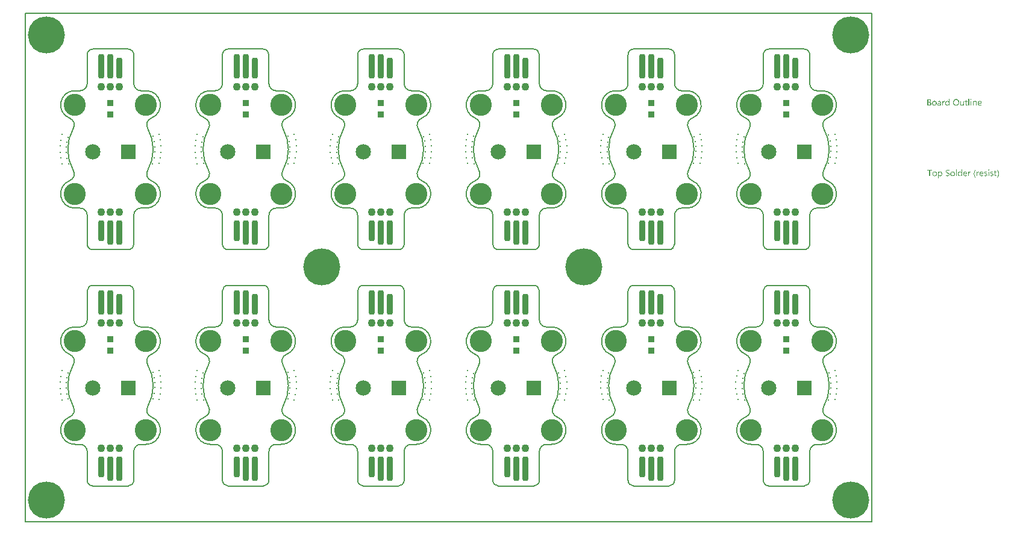
<source format=gts>
G04*
G04 #@! TF.GenerationSoftware,Altium Limited,Altium Designer,21.6.4 (81)*
G04*
G04 Layer_Color=8388736*
%FSAX25Y25*%
%MOIN*%
G70*
G04*
G04 #@! TF.SameCoordinates,951E7868-A63B-422C-B91B-43858A88E4F6*
G04*
G04*
G04 #@! TF.FilePolarity,Negative*
G04*
G01*
G75*
G04:AMPARAMS|DCode=10|XSize=35.43mil|YSize=135.83mil|CornerRadius=13.82mil|HoleSize=0mil|Usage=FLASHONLY|Rotation=0.000|XOffset=0mil|YOffset=0mil|HoleType=Round|Shape=RoundedRectangle|*
%AMROUNDEDRECTD10*
21,1,0.03543,0.10819,0,0,0.0*
21,1,0.00780,0.13583,0,0,0.0*
1,1,0.02764,0.00390,-0.05409*
1,1,0.02764,-0.00390,-0.05409*
1,1,0.02764,-0.00390,0.05409*
1,1,0.02764,0.00390,0.05409*
%
%ADD10ROUNDEDRECTD10*%
G04:AMPARAMS|DCode=11|XSize=35.43mil|YSize=116.14mil|CornerRadius=13.82mil|HoleSize=0mil|Usage=FLASHONLY|Rotation=0.000|XOffset=0mil|YOffset=0mil|HoleType=Round|Shape=RoundedRectangle|*
%AMROUNDEDRECTD11*
21,1,0.03543,0.08850,0,0,0.0*
21,1,0.00780,0.11614,0,0,0.0*
1,1,0.02764,0.00390,-0.04425*
1,1,0.02764,-0.00390,-0.04425*
1,1,0.02764,-0.00390,0.04425*
1,1,0.02764,0.00390,0.04425*
%
%ADD11ROUNDEDRECTD11*%
%ADD14C,0.00787*%
%ADD19C,0.04331*%
%ADD39R,0.03740X0.03740*%
%ADD40C,0.00800*%
%ADD41C,0.20485*%
%ADD42R,0.08465X0.08465*%
%ADD43C,0.08465*%
%ADD44C,0.00591*%
%ADD45C,0.12205*%
G36*
X0503737Y0214153D02*
X0503761D01*
X0503817Y0214128D01*
X0503848Y0214110D01*
X0503879Y0214085D01*
X0503885Y0214079D01*
X0503891Y0214073D01*
X0503922Y0214036D01*
X0503947Y0213974D01*
X0503953Y0213937D01*
X0503960Y0213899D01*
Y0213893D01*
Y0213881D01*
X0503953Y0213862D01*
X0503947Y0213838D01*
X0503929Y0213776D01*
X0503904Y0213745D01*
X0503879Y0213714D01*
X0503873D01*
X0503867Y0213701D01*
X0503829Y0213677D01*
X0503774Y0213652D01*
X0503737Y0213646D01*
X0503699Y0213639D01*
X0503681D01*
X0503662Y0213646D01*
X0503638D01*
X0503576Y0213670D01*
X0503545Y0213683D01*
X0503514Y0213708D01*
Y0213714D01*
X0503501Y0213720D01*
X0503489Y0213738D01*
X0503477Y0213757D01*
X0503452Y0213819D01*
X0503446Y0213856D01*
X0503440Y0213899D01*
Y0213906D01*
Y0213918D01*
X0503446Y0213937D01*
X0503452Y0213968D01*
X0503471Y0214023D01*
X0503489Y0214054D01*
X0503514Y0214085D01*
X0503520Y0214091D01*
X0503526Y0214098D01*
X0503563Y0214122D01*
X0503625Y0214147D01*
X0503662Y0214159D01*
X0503718D01*
X0503737Y0214153D01*
D02*
G37*
G36*
X0491747Y0210489D02*
X0491344D01*
Y0210910D01*
X0491332D01*
Y0210904D01*
X0491320Y0210891D01*
X0491301Y0210866D01*
X0491282Y0210835D01*
X0491251Y0210798D01*
X0491214Y0210761D01*
X0491171Y0210718D01*
X0491121Y0210675D01*
X0491066Y0210625D01*
X0490998Y0210582D01*
X0490930Y0210544D01*
X0490849Y0210507D01*
X0490769Y0210476D01*
X0490676Y0210452D01*
X0490577Y0210439D01*
X0490472Y0210433D01*
X0490428D01*
X0490391Y0210439D01*
X0490354Y0210445D01*
X0490304Y0210452D01*
X0490199Y0210476D01*
X0490075Y0210513D01*
X0489952Y0210576D01*
X0489883Y0210613D01*
X0489828Y0210656D01*
X0489766Y0210712D01*
X0489710Y0210767D01*
Y0210773D01*
X0489698Y0210786D01*
X0489685Y0210805D01*
X0489667Y0210829D01*
X0489648Y0210860D01*
X0489623Y0210904D01*
X0489599Y0210953D01*
X0489574Y0211009D01*
X0489543Y0211071D01*
X0489518Y0211139D01*
X0489494Y0211213D01*
X0489475Y0211294D01*
X0489456Y0211380D01*
X0489444Y0211479D01*
X0489438Y0211578D01*
X0489432Y0211684D01*
Y0211690D01*
Y0211708D01*
Y0211745D01*
X0489438Y0211789D01*
X0489444Y0211838D01*
X0489450Y0211900D01*
X0489456Y0211968D01*
X0489469Y0212042D01*
X0489506Y0212203D01*
X0489562Y0212371D01*
X0489599Y0212451D01*
X0489642Y0212531D01*
X0489685Y0212606D01*
X0489741Y0212680D01*
X0489747Y0212686D01*
X0489753Y0212699D01*
X0489772Y0212717D01*
X0489797Y0212742D01*
X0489828Y0212767D01*
X0489871Y0212798D01*
X0489914Y0212835D01*
X0489964Y0212872D01*
X0490088Y0212940D01*
X0490230Y0213002D01*
X0490310Y0213020D01*
X0490397Y0213039D01*
X0490484Y0213052D01*
X0490583Y0213058D01*
X0490632D01*
X0490670Y0213052D01*
X0490707Y0213045D01*
X0490756Y0213039D01*
X0490868Y0213008D01*
X0490991Y0212959D01*
X0491053Y0212928D01*
X0491115Y0212884D01*
X0491177Y0212841D01*
X0491233Y0212785D01*
X0491282Y0212723D01*
X0491332Y0212649D01*
X0491344D01*
Y0214209D01*
X0491747D01*
Y0210489D01*
D02*
G37*
G36*
X0506015Y0213052D02*
X0506089Y0213045D01*
X0506182Y0213027D01*
X0506281Y0212996D01*
X0506386Y0212946D01*
X0506491Y0212878D01*
X0506534Y0212841D01*
X0506578Y0212791D01*
X0506590Y0212779D01*
X0506615Y0212742D01*
X0506646Y0212680D01*
X0506689Y0212593D01*
X0506726Y0212488D01*
X0506764Y0212358D01*
X0506788Y0212203D01*
X0506795Y0212024D01*
Y0210489D01*
X0506392D01*
Y0211919D01*
Y0211925D01*
Y0211956D01*
X0506386Y0211993D01*
Y0212042D01*
X0506374Y0212104D01*
X0506361Y0212173D01*
X0506343Y0212247D01*
X0506318Y0212321D01*
X0506287Y0212395D01*
X0506250Y0212463D01*
X0506200Y0212531D01*
X0506145Y0212593D01*
X0506083Y0212643D01*
X0506002Y0212680D01*
X0505915Y0212711D01*
X0505810Y0212717D01*
X0505798D01*
X0505761Y0212711D01*
X0505705Y0212705D01*
X0505637Y0212686D01*
X0505556Y0212662D01*
X0505470Y0212618D01*
X0505389Y0212562D01*
X0505309Y0212488D01*
X0505303Y0212476D01*
X0505278Y0212451D01*
X0505247Y0212402D01*
X0505210Y0212333D01*
X0505173Y0212253D01*
X0505142Y0212154D01*
X0505117Y0212042D01*
X0505111Y0211919D01*
Y0210489D01*
X0504708D01*
Y0213002D01*
X0505111D01*
Y0212581D01*
X0505123D01*
X0505129Y0212587D01*
X0505136Y0212600D01*
X0505154Y0212624D01*
X0505179Y0212655D01*
X0505204Y0212692D01*
X0505241Y0212730D01*
X0505284Y0212773D01*
X0505334Y0212822D01*
X0505389Y0212866D01*
X0505451Y0212909D01*
X0505519Y0212946D01*
X0505594Y0212983D01*
X0505668Y0213014D01*
X0505755Y0213039D01*
X0505847Y0213052D01*
X0505946Y0213058D01*
X0505984D01*
X0506015Y0213052D01*
D02*
G37*
G36*
X0489017Y0213039D02*
X0489091Y0213033D01*
X0489134Y0213020D01*
X0489165Y0213008D01*
Y0212593D01*
X0489159Y0212600D01*
X0489147Y0212606D01*
X0489122Y0212618D01*
X0489091Y0212637D01*
X0489048Y0212649D01*
X0488992Y0212662D01*
X0488930Y0212668D01*
X0488862Y0212674D01*
X0488850D01*
X0488819Y0212668D01*
X0488769Y0212662D01*
X0488714Y0212643D01*
X0488639Y0212612D01*
X0488571Y0212569D01*
X0488497Y0212507D01*
X0488429Y0212426D01*
X0488423Y0212414D01*
X0488404Y0212383D01*
X0488373Y0212327D01*
X0488342Y0212253D01*
X0488311Y0212160D01*
X0488280Y0212042D01*
X0488262Y0211912D01*
X0488256Y0211764D01*
Y0210489D01*
X0487853D01*
Y0213002D01*
X0488256D01*
Y0212482D01*
X0488268D01*
Y0212488D01*
X0488274Y0212494D01*
X0488286Y0212525D01*
X0488305Y0212575D01*
X0488336Y0212637D01*
X0488367Y0212699D01*
X0488416Y0212767D01*
X0488466Y0212835D01*
X0488528Y0212897D01*
X0488534Y0212903D01*
X0488559Y0212922D01*
X0488596Y0212946D01*
X0488645Y0212971D01*
X0488701Y0212996D01*
X0488769Y0213020D01*
X0488843Y0213039D01*
X0488924Y0213045D01*
X0488980D01*
X0489017Y0213039D01*
D02*
G37*
G36*
X0499756Y0210489D02*
X0499354D01*
Y0210885D01*
X0499342D01*
Y0210879D01*
X0499329Y0210866D01*
X0499317Y0210842D01*
X0499292Y0210817D01*
X0499236Y0210743D01*
X0499150Y0210662D01*
X0499100Y0210619D01*
X0499045Y0210576D01*
X0498983Y0210538D01*
X0498908Y0210501D01*
X0498834Y0210476D01*
X0498754Y0210452D01*
X0498661Y0210439D01*
X0498568Y0210433D01*
X0498531D01*
X0498488Y0210439D01*
X0498426Y0210452D01*
X0498357Y0210464D01*
X0498283Y0210489D01*
X0498203Y0210520D01*
X0498122Y0210569D01*
X0498036Y0210625D01*
X0497955Y0210693D01*
X0497881Y0210780D01*
X0497813Y0210885D01*
X0497751Y0211003D01*
X0497708Y0211145D01*
X0497683Y0211312D01*
X0497670Y0211399D01*
Y0211498D01*
Y0213002D01*
X0498067D01*
Y0211560D01*
Y0211554D01*
Y0211529D01*
X0498073Y0211485D01*
X0498079Y0211436D01*
X0498085Y0211374D01*
X0498098Y0211312D01*
X0498116Y0211238D01*
X0498141Y0211163D01*
X0498178Y0211089D01*
X0498215Y0211021D01*
X0498265Y0210953D01*
X0498327Y0210891D01*
X0498395Y0210842D01*
X0498475Y0210805D01*
X0498574Y0210773D01*
X0498679Y0210767D01*
X0498692D01*
X0498729Y0210773D01*
X0498785Y0210780D01*
X0498847Y0210792D01*
X0498927Y0210823D01*
X0499008Y0210860D01*
X0499088Y0210910D01*
X0499162Y0210984D01*
X0499168Y0210996D01*
X0499193Y0211021D01*
X0499224Y0211071D01*
X0499261Y0211139D01*
X0499292Y0211219D01*
X0499323Y0211318D01*
X0499348Y0211430D01*
X0499354Y0211554D01*
Y0213002D01*
X0499756D01*
Y0210489D01*
D02*
G37*
G36*
X0503891D02*
X0503489D01*
Y0213002D01*
X0503891D01*
Y0210489D01*
D02*
G37*
G36*
X0502672D02*
X0502270D01*
Y0214209D01*
X0502672D01*
Y0210489D01*
D02*
G37*
G36*
X0486293Y0213052D02*
X0486349Y0213045D01*
X0486417Y0213027D01*
X0486491Y0213008D01*
X0486572Y0212977D01*
X0486658Y0212940D01*
X0486739Y0212891D01*
X0486819Y0212829D01*
X0486894Y0212754D01*
X0486962Y0212662D01*
X0487017Y0212556D01*
X0487061Y0212433D01*
X0487085Y0212290D01*
X0487098Y0212123D01*
Y0210489D01*
X0486696D01*
Y0210879D01*
X0486683D01*
Y0210873D01*
X0486671Y0210860D01*
X0486658Y0210835D01*
X0486634Y0210811D01*
X0486572Y0210736D01*
X0486491Y0210656D01*
X0486380Y0210576D01*
X0486250Y0210501D01*
X0486169Y0210476D01*
X0486089Y0210452D01*
X0486002Y0210439D01*
X0485910Y0210433D01*
X0485872D01*
X0485848Y0210439D01*
X0485779Y0210445D01*
X0485699Y0210458D01*
X0485600Y0210483D01*
X0485507Y0210513D01*
X0485408Y0210563D01*
X0485321Y0210625D01*
X0485315Y0210637D01*
X0485290Y0210662D01*
X0485253Y0210705D01*
X0485216Y0210767D01*
X0485179Y0210842D01*
X0485142Y0210928D01*
X0485117Y0211034D01*
X0485111Y0211151D01*
Y0211157D01*
Y0211182D01*
X0485117Y0211219D01*
X0485123Y0211262D01*
X0485136Y0211318D01*
X0485154Y0211380D01*
X0485179Y0211448D01*
X0485216Y0211516D01*
X0485259Y0211591D01*
X0485315Y0211665D01*
X0485383Y0211733D01*
X0485464Y0211795D01*
X0485557Y0211857D01*
X0485668Y0211906D01*
X0485792Y0211943D01*
X0485940Y0211974D01*
X0486696Y0212080D01*
Y0212086D01*
Y0212104D01*
X0486689Y0212141D01*
Y0212179D01*
X0486677Y0212228D01*
X0486671Y0212284D01*
X0486634Y0212402D01*
X0486603Y0212457D01*
X0486572Y0212513D01*
X0486528Y0212569D01*
X0486479Y0212618D01*
X0486417Y0212662D01*
X0486349Y0212692D01*
X0486269Y0212711D01*
X0486176Y0212717D01*
X0486132D01*
X0486101Y0212711D01*
X0486058D01*
X0486015Y0212699D01*
X0485903Y0212680D01*
X0485779Y0212643D01*
X0485643Y0212587D01*
X0485569Y0212550D01*
X0485501Y0212513D01*
X0485427Y0212463D01*
X0485358Y0212408D01*
Y0212822D01*
X0485365D01*
X0485377Y0212835D01*
X0485396Y0212847D01*
X0485427Y0212860D01*
X0485458Y0212878D01*
X0485501Y0212897D01*
X0485550Y0212915D01*
X0485606Y0212940D01*
X0485730Y0212983D01*
X0485879Y0213020D01*
X0486039Y0213045D01*
X0486213Y0213058D01*
X0486250D01*
X0486293Y0213052D01*
D02*
G37*
G36*
X0480605Y0213999D02*
X0480648D01*
X0480691Y0213992D01*
X0480790Y0213980D01*
X0480908Y0213949D01*
X0481032Y0213912D01*
X0481149Y0213856D01*
X0481255Y0213782D01*
X0481261D01*
X0481267Y0213770D01*
X0481298Y0213745D01*
X0481341Y0213695D01*
X0481391Y0213627D01*
X0481434Y0213541D01*
X0481477Y0213441D01*
X0481508Y0213330D01*
X0481521Y0213268D01*
Y0213200D01*
Y0213194D01*
Y0213188D01*
Y0213151D01*
X0481515Y0213095D01*
X0481502Y0213027D01*
X0481484Y0212940D01*
X0481453Y0212853D01*
X0481416Y0212767D01*
X0481360Y0212680D01*
X0481354Y0212668D01*
X0481329Y0212643D01*
X0481292Y0212606D01*
X0481242Y0212556D01*
X0481180Y0212507D01*
X0481106Y0212451D01*
X0481013Y0212408D01*
X0480914Y0212364D01*
Y0212358D01*
X0480933D01*
X0480951Y0212352D01*
X0480970Y0212346D01*
X0481038Y0212333D01*
X0481118Y0212309D01*
X0481205Y0212271D01*
X0481298Y0212228D01*
X0481391Y0212166D01*
X0481477Y0212086D01*
X0481490Y0212073D01*
X0481515Y0212042D01*
X0481545Y0211999D01*
X0481589Y0211931D01*
X0481626Y0211844D01*
X0481663Y0211745D01*
X0481688Y0211628D01*
X0481694Y0211498D01*
Y0211492D01*
Y0211479D01*
Y0211454D01*
X0481688Y0211423D01*
X0481682Y0211386D01*
X0481675Y0211343D01*
X0481651Y0211238D01*
X0481614Y0211120D01*
X0481558Y0210996D01*
X0481521Y0210941D01*
X0481477Y0210879D01*
X0481422Y0210823D01*
X0481366Y0210767D01*
X0481360D01*
X0481354Y0210755D01*
X0481335Y0210743D01*
X0481310Y0210724D01*
X0481279Y0210705D01*
X0481236Y0210681D01*
X0481143Y0210631D01*
X0481026Y0210576D01*
X0480889Y0210532D01*
X0480728Y0210501D01*
X0480648Y0210495D01*
X0480555Y0210489D01*
X0479528D01*
Y0214005D01*
X0480574D01*
X0480605Y0213999D01*
D02*
G37*
G36*
X0501100Y0213002D02*
X0501737D01*
Y0212655D01*
X0501100D01*
Y0211238D01*
Y0211225D01*
Y0211194D01*
X0501106Y0211151D01*
X0501112Y0211095D01*
X0501137Y0210978D01*
X0501155Y0210922D01*
X0501186Y0210879D01*
X0501193Y0210873D01*
X0501205Y0210860D01*
X0501224Y0210848D01*
X0501255Y0210829D01*
X0501292Y0210805D01*
X0501341Y0210792D01*
X0501403Y0210780D01*
X0501471Y0210773D01*
X0501496D01*
X0501527Y0210780D01*
X0501564Y0210786D01*
X0501651Y0210811D01*
X0501694Y0210829D01*
X0501737Y0210854D01*
Y0210507D01*
X0501731D01*
X0501713Y0210495D01*
X0501682Y0210489D01*
X0501638Y0210476D01*
X0501582Y0210464D01*
X0501521Y0210452D01*
X0501446Y0210445D01*
X0501360Y0210439D01*
X0501329D01*
X0501298Y0210445D01*
X0501255Y0210452D01*
X0501205Y0210464D01*
X0501149Y0210476D01*
X0501093Y0210501D01*
X0501032Y0210532D01*
X0500970Y0210569D01*
X0500908Y0210619D01*
X0500852Y0210675D01*
X0500803Y0210749D01*
X0500759Y0210829D01*
X0500728Y0210928D01*
X0500703Y0211040D01*
X0500697Y0211170D01*
Y0212655D01*
X0500270D01*
Y0213002D01*
X0500697D01*
Y0213615D01*
X0501100Y0213745D01*
Y0213002D01*
D02*
G37*
G36*
X0508627Y0213052D02*
X0508670Y0213045D01*
X0508713Y0213039D01*
X0508825Y0213020D01*
X0508949Y0212977D01*
X0509072Y0212922D01*
X0509134Y0212884D01*
X0509196Y0212841D01*
X0509252Y0212791D01*
X0509308Y0212736D01*
X0509314Y0212730D01*
X0509320Y0212723D01*
X0509332Y0212705D01*
X0509351Y0212680D01*
X0509370Y0212643D01*
X0509394Y0212606D01*
X0509419Y0212562D01*
X0509444Y0212507D01*
X0509469Y0212445D01*
X0509493Y0212383D01*
X0509518Y0212309D01*
X0509537Y0212228D01*
X0509555Y0212141D01*
X0509568Y0212055D01*
X0509580Y0211956D01*
Y0211851D01*
Y0211640D01*
X0507803D01*
Y0211634D01*
Y0211622D01*
Y0211603D01*
X0507810Y0211572D01*
X0507816Y0211535D01*
Y0211498D01*
X0507834Y0211399D01*
X0507865Y0211300D01*
X0507902Y0211188D01*
X0507958Y0211083D01*
X0508026Y0210990D01*
X0508039Y0210978D01*
X0508064Y0210953D01*
X0508113Y0210922D01*
X0508181Y0210879D01*
X0508268Y0210835D01*
X0508367Y0210805D01*
X0508484Y0210780D01*
X0508621Y0210767D01*
X0508664D01*
X0508695Y0210773D01*
X0508732D01*
X0508775Y0210780D01*
X0508881Y0210805D01*
X0508998Y0210835D01*
X0509128Y0210885D01*
X0509264Y0210953D01*
X0509332Y0210996D01*
X0509401Y0211046D01*
Y0210668D01*
X0509394D01*
X0509388Y0210656D01*
X0509370Y0210650D01*
X0509339Y0210631D01*
X0509308Y0210613D01*
X0509270Y0210594D01*
X0509221Y0210576D01*
X0509171Y0210551D01*
X0509110Y0210526D01*
X0509042Y0210507D01*
X0508893Y0210470D01*
X0508720Y0210445D01*
X0508528Y0210433D01*
X0508478D01*
X0508441Y0210439D01*
X0508398Y0210445D01*
X0508342Y0210452D01*
X0508224Y0210476D01*
X0508088Y0210513D01*
X0507952Y0210576D01*
X0507884Y0210619D01*
X0507816Y0210662D01*
X0507754Y0210712D01*
X0507692Y0210773D01*
X0507686Y0210780D01*
X0507680Y0210792D01*
X0507667Y0210811D01*
X0507643Y0210835D01*
X0507624Y0210873D01*
X0507599Y0210916D01*
X0507568Y0210965D01*
X0507544Y0211021D01*
X0507513Y0211083D01*
X0507488Y0211157D01*
X0507457Y0211238D01*
X0507438Y0211324D01*
X0507420Y0211417D01*
X0507401Y0211516D01*
X0507395Y0211622D01*
X0507389Y0211733D01*
Y0211739D01*
Y0211758D01*
Y0211789D01*
X0507395Y0211832D01*
X0507401Y0211881D01*
X0507407Y0211937D01*
X0507413Y0212005D01*
X0507432Y0212073D01*
X0507469Y0212222D01*
X0507525Y0212383D01*
X0507562Y0212463D01*
X0507612Y0212538D01*
X0507661Y0212618D01*
X0507717Y0212686D01*
X0507723Y0212692D01*
X0507735Y0212705D01*
X0507754Y0212723D01*
X0507779Y0212742D01*
X0507810Y0212773D01*
X0507847Y0212804D01*
X0507896Y0212835D01*
X0507946Y0212872D01*
X0508064Y0212940D01*
X0508206Y0213002D01*
X0508286Y0213020D01*
X0508367Y0213039D01*
X0508453Y0213052D01*
X0508546Y0213058D01*
X0508596D01*
X0508627Y0213052D01*
D02*
G37*
G36*
X0495584Y0214060D02*
X0495646Y0214054D01*
X0495721Y0214042D01*
X0495801Y0214023D01*
X0495888Y0214005D01*
X0495974Y0213980D01*
X0496073Y0213949D01*
X0496166Y0213906D01*
X0496265Y0213856D01*
X0496364Y0213800D01*
X0496457Y0213732D01*
X0496550Y0213658D01*
X0496637Y0213571D01*
X0496643Y0213565D01*
X0496655Y0213547D01*
X0496680Y0213522D01*
X0496705Y0213485D01*
X0496742Y0213435D01*
X0496779Y0213373D01*
X0496816Y0213305D01*
X0496860Y0213231D01*
X0496903Y0213138D01*
X0496940Y0213045D01*
X0496977Y0212940D01*
X0497014Y0212822D01*
X0497039Y0212705D01*
X0497064Y0212575D01*
X0497076Y0212433D01*
X0497082Y0212290D01*
Y0212278D01*
Y0212253D01*
Y0212210D01*
X0497076Y0212148D01*
X0497070Y0212073D01*
X0497058Y0211993D01*
X0497045Y0211900D01*
X0497027Y0211795D01*
X0497002Y0211690D01*
X0496971Y0211578D01*
X0496934Y0211467D01*
X0496890Y0211355D01*
X0496835Y0211238D01*
X0496773Y0211133D01*
X0496705Y0211027D01*
X0496624Y0210928D01*
X0496618Y0210922D01*
X0496606Y0210910D01*
X0496575Y0210885D01*
X0496544Y0210854D01*
X0496494Y0210811D01*
X0496439Y0210773D01*
X0496377Y0210724D01*
X0496303Y0210681D01*
X0496222Y0210637D01*
X0496129Y0210588D01*
X0496030Y0210551D01*
X0495919Y0210513D01*
X0495801Y0210476D01*
X0495677Y0210452D01*
X0495547Y0210439D01*
X0495405Y0210433D01*
X0495374D01*
X0495331Y0210439D01*
X0495281D01*
X0495219Y0210445D01*
X0495145Y0210458D01*
X0495064Y0210476D01*
X0494972Y0210495D01*
X0494879Y0210520D01*
X0494780Y0210551D01*
X0494681Y0210594D01*
X0494582Y0210637D01*
X0494483Y0210693D01*
X0494384Y0210761D01*
X0494291Y0210835D01*
X0494204Y0210922D01*
X0494198Y0210928D01*
X0494185Y0210947D01*
X0494161Y0210972D01*
X0494136Y0211009D01*
X0494099Y0211058D01*
X0494062Y0211120D01*
X0494025Y0211188D01*
X0493981Y0211269D01*
X0493938Y0211355D01*
X0493901Y0211448D01*
X0493864Y0211554D01*
X0493826Y0211671D01*
X0493802Y0211789D01*
X0493777Y0211919D01*
X0493765Y0212061D01*
X0493758Y0212203D01*
Y0212216D01*
Y0212241D01*
X0493765Y0212284D01*
Y0212346D01*
X0493771Y0212414D01*
X0493783Y0212501D01*
X0493795Y0212593D01*
X0493814Y0212692D01*
X0493839Y0212798D01*
X0493870Y0212909D01*
X0493907Y0213020D01*
X0493950Y0213132D01*
X0494006Y0213243D01*
X0494068Y0213355D01*
X0494136Y0213460D01*
X0494216Y0213559D01*
X0494223Y0213565D01*
X0494235Y0213584D01*
X0494266Y0213609D01*
X0494303Y0213639D01*
X0494346Y0213677D01*
X0494402Y0213720D01*
X0494470Y0213763D01*
X0494545Y0213813D01*
X0494631Y0213862D01*
X0494724Y0213906D01*
X0494823Y0213949D01*
X0494935Y0213986D01*
X0495058Y0214017D01*
X0495188Y0214048D01*
X0495324Y0214060D01*
X0495467Y0214067D01*
X0495535D01*
X0495584Y0214060D01*
D02*
G37*
G36*
X0483557Y0213052D02*
X0483601Y0213045D01*
X0483656Y0213039D01*
X0483780Y0213014D01*
X0483922Y0212971D01*
X0484065Y0212909D01*
X0484139Y0212872D01*
X0484207Y0212829D01*
X0484275Y0212773D01*
X0484337Y0212711D01*
X0484343Y0212705D01*
X0484350Y0212692D01*
X0484368Y0212674D01*
X0484387Y0212649D01*
X0484411Y0212612D01*
X0484436Y0212569D01*
X0484467Y0212519D01*
X0484498Y0212463D01*
X0484523Y0212395D01*
X0484554Y0212327D01*
X0484579Y0212247D01*
X0484603Y0212160D01*
X0484622Y0212067D01*
X0484641Y0211968D01*
X0484647Y0211863D01*
X0484653Y0211752D01*
Y0211745D01*
Y0211727D01*
Y0211696D01*
X0484647Y0211652D01*
X0484641Y0211603D01*
X0484634Y0211541D01*
X0484622Y0211479D01*
X0484610Y0211405D01*
X0484572Y0211256D01*
X0484511Y0211095D01*
X0484473Y0211015D01*
X0484424Y0210934D01*
X0484374Y0210860D01*
X0484312Y0210792D01*
X0484306Y0210786D01*
X0484294Y0210780D01*
X0484275Y0210761D01*
X0484250Y0210736D01*
X0484213Y0210712D01*
X0484176Y0210681D01*
X0484127Y0210644D01*
X0484071Y0210613D01*
X0484009Y0210582D01*
X0483941Y0210544D01*
X0483867Y0210513D01*
X0483786Y0210489D01*
X0483700Y0210464D01*
X0483607Y0210452D01*
X0483508Y0210439D01*
X0483402Y0210433D01*
X0483347D01*
X0483310Y0210439D01*
X0483266Y0210445D01*
X0483211Y0210452D01*
X0483149Y0210464D01*
X0483081Y0210476D01*
X0482938Y0210520D01*
X0482790Y0210582D01*
X0482715Y0210619D01*
X0482647Y0210668D01*
X0482579Y0210718D01*
X0482511Y0210780D01*
X0482505Y0210786D01*
X0482499Y0210798D01*
X0482480Y0210817D01*
X0482462Y0210842D01*
X0482437Y0210879D01*
X0482406Y0210922D01*
X0482375Y0210972D01*
X0482350Y0211027D01*
X0482319Y0211095D01*
X0482288Y0211163D01*
X0482257Y0211238D01*
X0482233Y0211324D01*
X0482195Y0211510D01*
X0482189Y0211609D01*
X0482183Y0211714D01*
Y0211721D01*
Y0211745D01*
Y0211776D01*
X0482189Y0211820D01*
X0482195Y0211869D01*
X0482202Y0211931D01*
X0482214Y0211999D01*
X0482226Y0212073D01*
X0482264Y0212234D01*
X0482325Y0212395D01*
X0482369Y0212476D01*
X0482412Y0212556D01*
X0482462Y0212631D01*
X0482523Y0212699D01*
X0482530Y0212705D01*
X0482542Y0212717D01*
X0482561Y0212730D01*
X0482585Y0212754D01*
X0482623Y0212779D01*
X0482666Y0212810D01*
X0482715Y0212847D01*
X0482771Y0212878D01*
X0482833Y0212909D01*
X0482907Y0212946D01*
X0482982Y0212977D01*
X0483068Y0213002D01*
X0483155Y0213027D01*
X0483254Y0213045D01*
X0483359Y0213052D01*
X0483464Y0213058D01*
X0483520D01*
X0483557Y0213052D01*
D02*
G37*
G36*
X0513554Y0175091D02*
X0513579D01*
X0513634Y0175067D01*
X0513665Y0175048D01*
X0513696Y0175023D01*
X0513702Y0175017D01*
X0513709Y0175011D01*
X0513740Y0174974D01*
X0513764Y0174912D01*
X0513771Y0174875D01*
X0513777Y0174838D01*
Y0174831D01*
Y0174819D01*
X0513771Y0174801D01*
X0513764Y0174776D01*
X0513746Y0174714D01*
X0513721Y0174683D01*
X0513696Y0174652D01*
X0513690D01*
X0513684Y0174640D01*
X0513647Y0174615D01*
X0513591Y0174590D01*
X0513554Y0174584D01*
X0513517Y0174578D01*
X0513498D01*
X0513480Y0174584D01*
X0513455D01*
X0513393Y0174609D01*
X0513362Y0174621D01*
X0513331Y0174646D01*
Y0174652D01*
X0513319Y0174658D01*
X0513306Y0174677D01*
X0513294Y0174695D01*
X0513269Y0174757D01*
X0513263Y0174794D01*
X0513257Y0174838D01*
Y0174844D01*
Y0174856D01*
X0513263Y0174875D01*
X0513269Y0174906D01*
X0513288Y0174961D01*
X0513306Y0174992D01*
X0513331Y0175023D01*
X0513337Y0175030D01*
X0513343Y0175036D01*
X0513381Y0175060D01*
X0513443Y0175085D01*
X0513480Y0175098D01*
X0513535D01*
X0513554Y0175091D01*
D02*
G37*
G36*
X0490985Y0174999D02*
X0491035D01*
X0491146Y0174986D01*
X0491270Y0174974D01*
X0491394Y0174949D01*
X0491511Y0174918D01*
X0491561Y0174899D01*
X0491610Y0174875D01*
Y0174410D01*
X0491604D01*
X0491598Y0174423D01*
X0491579Y0174429D01*
X0491555Y0174448D01*
X0491524Y0174460D01*
X0491487Y0174479D01*
X0491394Y0174522D01*
X0491282Y0174559D01*
X0491146Y0174596D01*
X0490985Y0174621D01*
X0490812Y0174627D01*
X0490762D01*
X0490725Y0174621D01*
X0490688D01*
X0490639Y0174615D01*
X0490540Y0174596D01*
X0490533D01*
X0490515Y0174590D01*
X0490490Y0174584D01*
X0490459Y0174578D01*
X0490385Y0174547D01*
X0490298Y0174510D01*
X0490292D01*
X0490280Y0174497D01*
X0490261Y0174485D01*
X0490236Y0174466D01*
X0490181Y0174410D01*
X0490125Y0174342D01*
Y0174336D01*
X0490112Y0174324D01*
X0490106Y0174305D01*
X0490094Y0174274D01*
X0490082Y0174237D01*
X0490075Y0174200D01*
X0490063Y0174101D01*
Y0174095D01*
Y0174076D01*
Y0174051D01*
X0490069Y0174021D01*
X0490082Y0173946D01*
X0490112Y0173866D01*
Y0173860D01*
X0490125Y0173847D01*
X0490131Y0173829D01*
X0490150Y0173804D01*
X0490199Y0173748D01*
X0490261Y0173686D01*
X0490267Y0173680D01*
X0490280Y0173674D01*
X0490298Y0173655D01*
X0490329Y0173637D01*
X0490366Y0173612D01*
X0490403Y0173587D01*
X0490502Y0173525D01*
X0490509Y0173519D01*
X0490527Y0173513D01*
X0490558Y0173494D01*
X0490595Y0173476D01*
X0490645Y0173451D01*
X0490700Y0173426D01*
X0490824Y0173364D01*
X0490831Y0173358D01*
X0490855Y0173346D01*
X0490892Y0173327D01*
X0490942Y0173302D01*
X0490998Y0173278D01*
X0491059Y0173241D01*
X0491183Y0173166D01*
X0491189Y0173160D01*
X0491214Y0173148D01*
X0491245Y0173129D01*
X0491289Y0173098D01*
X0491381Y0173024D01*
X0491480Y0172937D01*
X0491487Y0172931D01*
X0491505Y0172919D01*
X0491524Y0172888D01*
X0491555Y0172857D01*
X0491586Y0172813D01*
X0491623Y0172770D01*
X0491685Y0172659D01*
X0491691Y0172653D01*
X0491697Y0172634D01*
X0491710Y0172603D01*
X0491722Y0172560D01*
X0491734Y0172510D01*
X0491747Y0172448D01*
X0491759Y0172386D01*
Y0172312D01*
Y0172300D01*
Y0172269D01*
X0491753Y0172219D01*
X0491747Y0172157D01*
X0491734Y0172089D01*
X0491716Y0172015D01*
X0491691Y0171941D01*
X0491654Y0171873D01*
X0491648Y0171866D01*
X0491635Y0171842D01*
X0491610Y0171811D01*
X0491586Y0171767D01*
X0491542Y0171724D01*
X0491499Y0171675D01*
X0491443Y0171625D01*
X0491381Y0171575D01*
X0491375Y0171569D01*
X0491351Y0171557D01*
X0491313Y0171538D01*
X0491264Y0171514D01*
X0491208Y0171489D01*
X0491140Y0171464D01*
X0491059Y0171439D01*
X0490979Y0171421D01*
X0490967D01*
X0490942Y0171415D01*
X0490899Y0171408D01*
X0490837Y0171396D01*
X0490769Y0171390D01*
X0490688Y0171377D01*
X0490601Y0171371D01*
X0490453D01*
X0490385Y0171377D01*
X0490298Y0171384D01*
X0490280D01*
X0490255Y0171390D01*
X0490224Y0171396D01*
X0490143Y0171402D01*
X0490051Y0171421D01*
X0490044D01*
X0490026Y0171427D01*
X0490001Y0171433D01*
X0489970Y0171439D01*
X0489896Y0171458D01*
X0489809Y0171483D01*
X0489803D01*
X0489791Y0171489D01*
X0489772Y0171495D01*
X0489747Y0171507D01*
X0489685Y0171532D01*
X0489623Y0171569D01*
Y0172052D01*
X0489630Y0172046D01*
X0489642Y0172040D01*
X0489654Y0172027D01*
X0489679Y0172009D01*
X0489747Y0171966D01*
X0489828Y0171916D01*
X0489834D01*
X0489846Y0171910D01*
X0489871Y0171897D01*
X0489902Y0171885D01*
X0489983Y0171848D01*
X0490069Y0171817D01*
X0490075D01*
X0490094Y0171811D01*
X0490119Y0171804D01*
X0490150Y0171798D01*
X0490236Y0171774D01*
X0490329Y0171755D01*
X0490354D01*
X0490379Y0171749D01*
X0490410D01*
X0490484Y0171743D01*
X0490570Y0171736D01*
X0490632D01*
X0490700Y0171743D01*
X0490787Y0171755D01*
X0490880Y0171767D01*
X0490973Y0171792D01*
X0491059Y0171829D01*
X0491140Y0171873D01*
X0491146Y0171879D01*
X0491171Y0171897D01*
X0491202Y0171934D01*
X0491233Y0171978D01*
X0491270Y0172034D01*
X0491295Y0172108D01*
X0491320Y0172188D01*
X0491326Y0172281D01*
Y0172287D01*
Y0172306D01*
Y0172331D01*
X0491320Y0172368D01*
X0491301Y0172448D01*
X0491264Y0172529D01*
Y0172535D01*
X0491251Y0172547D01*
X0491239Y0172566D01*
X0491221Y0172591D01*
X0491165Y0172653D01*
X0491090Y0172721D01*
X0491084Y0172727D01*
X0491072Y0172739D01*
X0491047Y0172752D01*
X0491016Y0172776D01*
X0490979Y0172801D01*
X0490936Y0172832D01*
X0490831Y0172888D01*
X0490824Y0172894D01*
X0490806Y0172900D01*
X0490775Y0172919D01*
X0490731Y0172937D01*
X0490688Y0172968D01*
X0490632Y0172993D01*
X0490502Y0173061D01*
X0490496Y0173067D01*
X0490472Y0173080D01*
X0490434Y0173098D01*
X0490391Y0173117D01*
X0490342Y0173148D01*
X0490286Y0173179D01*
X0490162Y0173247D01*
X0490156Y0173253D01*
X0490137Y0173265D01*
X0490106Y0173284D01*
X0490069Y0173309D01*
X0489976Y0173377D01*
X0489883Y0173457D01*
X0489877Y0173463D01*
X0489865Y0173476D01*
X0489840Y0173501D01*
X0489815Y0173531D01*
X0489784Y0173575D01*
X0489753Y0173618D01*
X0489698Y0173717D01*
Y0173723D01*
X0489685Y0173742D01*
X0489679Y0173773D01*
X0489667Y0173816D01*
X0489654Y0173866D01*
X0489642Y0173928D01*
X0489636Y0173990D01*
X0489630Y0174064D01*
Y0174076D01*
Y0174107D01*
X0489636Y0174151D01*
X0489642Y0174206D01*
X0489654Y0174274D01*
X0489673Y0174342D01*
X0489698Y0174410D01*
X0489735Y0174479D01*
X0489741Y0174485D01*
X0489753Y0174510D01*
X0489778Y0174540D01*
X0489809Y0174584D01*
X0489846Y0174627D01*
X0489896Y0174677D01*
X0489952Y0174726D01*
X0490013Y0174769D01*
X0490020Y0174776D01*
X0490044Y0174788D01*
X0490082Y0174813D01*
X0490125Y0174838D01*
X0490187Y0174862D01*
X0490249Y0174893D01*
X0490323Y0174918D01*
X0490403Y0174943D01*
X0490416D01*
X0490441Y0174955D01*
X0490484Y0174961D01*
X0490546Y0174974D01*
X0490614Y0174986D01*
X0490688Y0174992D01*
X0490855Y0175005D01*
X0490942D01*
X0490985Y0174999D01*
D02*
G37*
G36*
X0498717Y0171427D02*
X0498314D01*
Y0171848D01*
X0498302D01*
Y0171842D01*
X0498289Y0171829D01*
X0498271Y0171804D01*
X0498252Y0171774D01*
X0498221Y0171736D01*
X0498184Y0171699D01*
X0498141Y0171656D01*
X0498091Y0171613D01*
X0498036Y0171563D01*
X0497968Y0171520D01*
X0497899Y0171483D01*
X0497819Y0171446D01*
X0497739Y0171415D01*
X0497646Y0171390D01*
X0497547Y0171377D01*
X0497441Y0171371D01*
X0497398D01*
X0497361Y0171377D01*
X0497324Y0171384D01*
X0497274Y0171390D01*
X0497169Y0171415D01*
X0497045Y0171452D01*
X0496921Y0171514D01*
X0496853Y0171551D01*
X0496798Y0171594D01*
X0496736Y0171650D01*
X0496680Y0171705D01*
Y0171712D01*
X0496668Y0171724D01*
X0496655Y0171743D01*
X0496637Y0171767D01*
X0496618Y0171798D01*
X0496593Y0171842D01*
X0496569Y0171891D01*
X0496544Y0171947D01*
X0496513Y0172009D01*
X0496488Y0172077D01*
X0496463Y0172151D01*
X0496445Y0172232D01*
X0496426Y0172318D01*
X0496414Y0172417D01*
X0496408Y0172516D01*
X0496402Y0172622D01*
Y0172628D01*
Y0172646D01*
Y0172684D01*
X0496408Y0172727D01*
X0496414Y0172776D01*
X0496420Y0172838D01*
X0496426Y0172906D01*
X0496439Y0172981D01*
X0496476Y0173142D01*
X0496531Y0173309D01*
X0496569Y0173389D01*
X0496612Y0173470D01*
X0496655Y0173544D01*
X0496711Y0173618D01*
X0496717Y0173624D01*
X0496723Y0173637D01*
X0496742Y0173655D01*
X0496767Y0173680D01*
X0496798Y0173705D01*
X0496841Y0173736D01*
X0496884Y0173773D01*
X0496934Y0173810D01*
X0497058Y0173878D01*
X0497200Y0173940D01*
X0497281Y0173959D01*
X0497367Y0173977D01*
X0497454Y0173990D01*
X0497553Y0173996D01*
X0497602D01*
X0497640Y0173990D01*
X0497677Y0173983D01*
X0497726Y0173977D01*
X0497838Y0173946D01*
X0497961Y0173897D01*
X0498023Y0173866D01*
X0498085Y0173822D01*
X0498147Y0173779D01*
X0498203Y0173723D01*
X0498252Y0173661D01*
X0498302Y0173587D01*
X0498314D01*
Y0175147D01*
X0498717D01*
Y0171427D01*
D02*
G37*
G36*
X0486770Y0173990D02*
X0486813Y0173983D01*
X0486857Y0173977D01*
X0486968Y0173952D01*
X0487092Y0173915D01*
X0487216Y0173853D01*
X0487277Y0173816D01*
X0487339Y0173767D01*
X0487395Y0173717D01*
X0487451Y0173655D01*
X0487457Y0173649D01*
X0487463Y0173643D01*
X0487475Y0173618D01*
X0487494Y0173593D01*
X0487513Y0173563D01*
X0487537Y0173519D01*
X0487562Y0173470D01*
X0487587Y0173420D01*
X0487612Y0173358D01*
X0487637Y0173290D01*
X0487661Y0173216D01*
X0487680Y0173135D01*
X0487711Y0172956D01*
X0487723Y0172857D01*
Y0172752D01*
Y0172745D01*
Y0172727D01*
Y0172690D01*
X0487717Y0172646D01*
Y0172597D01*
X0487705Y0172535D01*
X0487698Y0172467D01*
X0487686Y0172393D01*
X0487649Y0172232D01*
X0487593Y0172064D01*
X0487556Y0171984D01*
X0487519Y0171904D01*
X0487469Y0171823D01*
X0487414Y0171749D01*
X0487407Y0171743D01*
X0487401Y0171730D01*
X0487383Y0171712D01*
X0487358Y0171693D01*
X0487327Y0171662D01*
X0487290Y0171631D01*
X0487247Y0171594D01*
X0487197Y0171563D01*
X0487141Y0171526D01*
X0487079Y0171489D01*
X0486931Y0171433D01*
X0486850Y0171408D01*
X0486770Y0171390D01*
X0486677Y0171377D01*
X0486578Y0171371D01*
X0486528D01*
X0486497Y0171377D01*
X0486454Y0171384D01*
X0486411Y0171396D01*
X0486299Y0171421D01*
X0486182Y0171470D01*
X0486114Y0171507D01*
X0486052Y0171545D01*
X0485990Y0171594D01*
X0485934Y0171650D01*
X0485872Y0171712D01*
X0485823Y0171786D01*
X0485810D01*
Y0170276D01*
X0485408D01*
Y0173940D01*
X0485810D01*
Y0173494D01*
X0485823D01*
X0485829Y0173501D01*
X0485835Y0173519D01*
X0485854Y0173544D01*
X0485879Y0173575D01*
X0485910Y0173612D01*
X0485947Y0173655D01*
X0485990Y0173699D01*
X0486046Y0173748D01*
X0486101Y0173792D01*
X0486163Y0173835D01*
X0486237Y0173878D01*
X0486312Y0173915D01*
X0486399Y0173952D01*
X0486491Y0173977D01*
X0486584Y0173990D01*
X0486689Y0173996D01*
X0486739D01*
X0486770Y0173990D01*
D02*
G37*
G36*
X0515460D02*
X0515541Y0173983D01*
X0515628Y0173971D01*
X0515727Y0173946D01*
X0515826Y0173922D01*
X0515925Y0173884D01*
Y0173476D01*
X0515912Y0173482D01*
X0515875Y0173507D01*
X0515820Y0173531D01*
X0515745Y0173569D01*
X0515652Y0173600D01*
X0515541Y0173631D01*
X0515417Y0173649D01*
X0515287Y0173655D01*
X0515219D01*
X0515157Y0173643D01*
X0515083Y0173631D01*
X0515077D01*
X0515070Y0173624D01*
X0515033Y0173612D01*
X0514984Y0173587D01*
X0514928Y0173556D01*
X0514916Y0173550D01*
X0514891Y0173525D01*
X0514860Y0173488D01*
X0514829Y0173445D01*
X0514823Y0173433D01*
X0514811Y0173401D01*
X0514798Y0173358D01*
X0514792Y0173302D01*
Y0173296D01*
Y0173284D01*
Y0173265D01*
X0514798Y0173247D01*
X0514811Y0173191D01*
X0514829Y0173135D01*
X0514835Y0173123D01*
X0514854Y0173098D01*
X0514891Y0173061D01*
X0514934Y0173018D01*
X0514941D01*
X0514947Y0173012D01*
X0514984Y0172987D01*
X0515033Y0172956D01*
X0515101Y0172925D01*
X0515108D01*
X0515120Y0172919D01*
X0515139Y0172913D01*
X0515170Y0172900D01*
X0515238Y0172875D01*
X0515324Y0172838D01*
X0515331D01*
X0515355Y0172826D01*
X0515386Y0172813D01*
X0515423Y0172801D01*
X0515522Y0172758D01*
X0515622Y0172708D01*
X0515628D01*
X0515646Y0172696D01*
X0515671Y0172684D01*
X0515702Y0172665D01*
X0515776Y0172615D01*
X0515850Y0172554D01*
X0515857Y0172547D01*
X0515869Y0172541D01*
X0515881Y0172523D01*
X0515906Y0172498D01*
X0515949Y0172436D01*
X0515993Y0172355D01*
Y0172349D01*
X0515999Y0172337D01*
X0516011Y0172312D01*
X0516018Y0172281D01*
X0516030Y0172244D01*
X0516036Y0172201D01*
X0516042Y0172096D01*
Y0172089D01*
Y0172064D01*
X0516036Y0172027D01*
X0516030Y0171984D01*
X0516024Y0171934D01*
X0516005Y0171879D01*
X0515987Y0171829D01*
X0515956Y0171774D01*
X0515949Y0171767D01*
X0515943Y0171749D01*
X0515925Y0171724D01*
X0515900Y0171693D01*
X0515869Y0171656D01*
X0515832Y0171619D01*
X0515739Y0171545D01*
X0515733Y0171538D01*
X0515714Y0171532D01*
X0515690Y0171514D01*
X0515646Y0171495D01*
X0515603Y0171470D01*
X0515547Y0171452D01*
X0515491Y0171433D01*
X0515423Y0171415D01*
X0515417D01*
X0515392Y0171408D01*
X0515355Y0171402D01*
X0515312Y0171396D01*
X0515250Y0171384D01*
X0515188Y0171377D01*
X0515046Y0171371D01*
X0514984D01*
X0514910Y0171377D01*
X0514817Y0171390D01*
X0514712Y0171408D01*
X0514600Y0171433D01*
X0514489Y0171464D01*
X0514377Y0171514D01*
Y0171947D01*
X0514383D01*
X0514390Y0171934D01*
X0514408Y0171922D01*
X0514433Y0171910D01*
X0514501Y0171873D01*
X0514594Y0171829D01*
X0514699Y0171780D01*
X0514823Y0171743D01*
X0514959Y0171718D01*
X0515101Y0171705D01*
X0515151D01*
X0515182Y0171712D01*
X0515269Y0171724D01*
X0515368Y0171749D01*
X0515460Y0171792D01*
X0515504Y0171823D01*
X0515547Y0171854D01*
X0515578Y0171897D01*
X0515603Y0171941D01*
X0515622Y0171996D01*
X0515628Y0172058D01*
Y0172064D01*
Y0172077D01*
Y0172096D01*
X0515622Y0172114D01*
X0515609Y0172170D01*
X0515584Y0172225D01*
Y0172232D01*
X0515578Y0172238D01*
X0515553Y0172269D01*
X0515516Y0172312D01*
X0515460Y0172349D01*
X0515454D01*
X0515448Y0172362D01*
X0515411Y0172380D01*
X0515355Y0172417D01*
X0515281Y0172448D01*
X0515275D01*
X0515262Y0172455D01*
X0515244Y0172467D01*
X0515213Y0172479D01*
X0515145Y0172504D01*
X0515058Y0172541D01*
X0515052D01*
X0515027Y0172554D01*
X0514996Y0172566D01*
X0514959Y0172578D01*
X0514860Y0172622D01*
X0514761Y0172671D01*
X0514755Y0172677D01*
X0514743Y0172684D01*
X0514718Y0172696D01*
X0514687Y0172714D01*
X0514619Y0172764D01*
X0514551Y0172820D01*
X0514544Y0172826D01*
X0514538Y0172832D01*
X0514520Y0172851D01*
X0514501Y0172875D01*
X0514458Y0172937D01*
X0514421Y0173012D01*
Y0173018D01*
X0514414Y0173030D01*
X0514408Y0173055D01*
X0514402Y0173086D01*
X0514396Y0173123D01*
X0514390Y0173166D01*
X0514383Y0173272D01*
Y0173278D01*
Y0173302D01*
X0514390Y0173334D01*
X0514396Y0173377D01*
X0514402Y0173426D01*
X0514421Y0173476D01*
X0514439Y0173531D01*
X0514464Y0173581D01*
X0514470Y0173587D01*
X0514476Y0173606D01*
X0514495Y0173631D01*
X0514520Y0173661D01*
X0514588Y0173736D01*
X0514674Y0173810D01*
X0514681Y0173816D01*
X0514699Y0173822D01*
X0514724Y0173841D01*
X0514767Y0173860D01*
X0514811Y0173884D01*
X0514860Y0173909D01*
X0514984Y0173946D01*
X0514990D01*
X0515015Y0173952D01*
X0515046Y0173965D01*
X0515095Y0173971D01*
X0515145Y0173983D01*
X0515207Y0173990D01*
X0515343Y0173996D01*
X0515399D01*
X0515460Y0173990D01*
D02*
G37*
G36*
X0512106D02*
X0512186Y0173983D01*
X0512273Y0173971D01*
X0512372Y0173946D01*
X0512471Y0173922D01*
X0512570Y0173884D01*
Y0173476D01*
X0512557Y0173482D01*
X0512520Y0173507D01*
X0512465Y0173531D01*
X0512390Y0173569D01*
X0512297Y0173600D01*
X0512186Y0173631D01*
X0512062Y0173649D01*
X0511932Y0173655D01*
X0511864D01*
X0511802Y0173643D01*
X0511728Y0173631D01*
X0511722D01*
X0511716Y0173624D01*
X0511678Y0173612D01*
X0511629Y0173587D01*
X0511573Y0173556D01*
X0511561Y0173550D01*
X0511536Y0173525D01*
X0511505Y0173488D01*
X0511474Y0173445D01*
X0511468Y0173433D01*
X0511456Y0173401D01*
X0511443Y0173358D01*
X0511437Y0173302D01*
Y0173296D01*
Y0173284D01*
Y0173265D01*
X0511443Y0173247D01*
X0511456Y0173191D01*
X0511474Y0173135D01*
X0511480Y0173123D01*
X0511499Y0173098D01*
X0511536Y0173061D01*
X0511579Y0173018D01*
X0511586D01*
X0511592Y0173012D01*
X0511629Y0172987D01*
X0511678Y0172956D01*
X0511747Y0172925D01*
X0511753D01*
X0511765Y0172919D01*
X0511784Y0172913D01*
X0511815Y0172900D01*
X0511883Y0172875D01*
X0511969Y0172838D01*
X0511975D01*
X0512000Y0172826D01*
X0512031Y0172813D01*
X0512068Y0172801D01*
X0512167Y0172758D01*
X0512266Y0172708D01*
X0512273D01*
X0512291Y0172696D01*
X0512316Y0172684D01*
X0512347Y0172665D01*
X0512421Y0172615D01*
X0512496Y0172554D01*
X0512502Y0172547D01*
X0512514Y0172541D01*
X0512527Y0172523D01*
X0512551Y0172498D01*
X0512595Y0172436D01*
X0512638Y0172355D01*
Y0172349D01*
X0512644Y0172337D01*
X0512656Y0172312D01*
X0512663Y0172281D01*
X0512675Y0172244D01*
X0512681Y0172201D01*
X0512687Y0172096D01*
Y0172089D01*
Y0172064D01*
X0512681Y0172027D01*
X0512675Y0171984D01*
X0512669Y0171934D01*
X0512650Y0171879D01*
X0512632Y0171829D01*
X0512601Y0171774D01*
X0512595Y0171767D01*
X0512588Y0171749D01*
X0512570Y0171724D01*
X0512545Y0171693D01*
X0512514Y0171656D01*
X0512477Y0171619D01*
X0512384Y0171545D01*
X0512378Y0171538D01*
X0512359Y0171532D01*
X0512335Y0171514D01*
X0512291Y0171495D01*
X0512248Y0171470D01*
X0512192Y0171452D01*
X0512137Y0171433D01*
X0512068Y0171415D01*
X0512062D01*
X0512037Y0171408D01*
X0512000Y0171402D01*
X0511957Y0171396D01*
X0511895Y0171384D01*
X0511833Y0171377D01*
X0511691Y0171371D01*
X0511629D01*
X0511555Y0171377D01*
X0511462Y0171390D01*
X0511356Y0171408D01*
X0511245Y0171433D01*
X0511134Y0171464D01*
X0511022Y0171514D01*
Y0171947D01*
X0511028D01*
X0511035Y0171934D01*
X0511053Y0171922D01*
X0511078Y0171910D01*
X0511146Y0171873D01*
X0511239Y0171829D01*
X0511344Y0171780D01*
X0511468Y0171743D01*
X0511604Y0171718D01*
X0511747Y0171705D01*
X0511796D01*
X0511827Y0171712D01*
X0511914Y0171724D01*
X0512013Y0171749D01*
X0512106Y0171792D01*
X0512149Y0171823D01*
X0512192Y0171854D01*
X0512223Y0171897D01*
X0512248Y0171941D01*
X0512266Y0171996D01*
X0512273Y0172058D01*
Y0172064D01*
Y0172077D01*
Y0172096D01*
X0512266Y0172114D01*
X0512254Y0172170D01*
X0512229Y0172225D01*
Y0172232D01*
X0512223Y0172238D01*
X0512198Y0172269D01*
X0512161Y0172312D01*
X0512106Y0172349D01*
X0512099D01*
X0512093Y0172362D01*
X0512056Y0172380D01*
X0512000Y0172417D01*
X0511926Y0172448D01*
X0511920D01*
X0511907Y0172455D01*
X0511889Y0172467D01*
X0511858Y0172479D01*
X0511790Y0172504D01*
X0511703Y0172541D01*
X0511697D01*
X0511672Y0172554D01*
X0511641Y0172566D01*
X0511604Y0172578D01*
X0511505Y0172622D01*
X0511406Y0172671D01*
X0511400Y0172677D01*
X0511387Y0172684D01*
X0511363Y0172696D01*
X0511332Y0172714D01*
X0511264Y0172764D01*
X0511196Y0172820D01*
X0511189Y0172826D01*
X0511183Y0172832D01*
X0511165Y0172851D01*
X0511146Y0172875D01*
X0511103Y0172937D01*
X0511066Y0173012D01*
Y0173018D01*
X0511059Y0173030D01*
X0511053Y0173055D01*
X0511047Y0173086D01*
X0511041Y0173123D01*
X0511035Y0173166D01*
X0511028Y0173272D01*
Y0173278D01*
Y0173302D01*
X0511035Y0173334D01*
X0511041Y0173377D01*
X0511047Y0173426D01*
X0511066Y0173476D01*
X0511084Y0173531D01*
X0511109Y0173581D01*
X0511115Y0173587D01*
X0511121Y0173606D01*
X0511140Y0173631D01*
X0511165Y0173661D01*
X0511233Y0173736D01*
X0511319Y0173810D01*
X0511326Y0173816D01*
X0511344Y0173822D01*
X0511369Y0173841D01*
X0511412Y0173860D01*
X0511456Y0173884D01*
X0511505Y0173909D01*
X0511629Y0173946D01*
X0511635D01*
X0511660Y0173952D01*
X0511691Y0173965D01*
X0511740Y0173971D01*
X0511790Y0173983D01*
X0511852Y0173990D01*
X0511988Y0173996D01*
X0512044D01*
X0512106Y0173990D01*
D02*
G37*
G36*
X0507958Y0173977D02*
X0508033Y0173971D01*
X0508076Y0173959D01*
X0508107Y0173946D01*
Y0173531D01*
X0508101Y0173538D01*
X0508088Y0173544D01*
X0508064Y0173556D01*
X0508033Y0173575D01*
X0507989Y0173587D01*
X0507934Y0173600D01*
X0507872Y0173606D01*
X0507803Y0173612D01*
X0507791D01*
X0507760Y0173606D01*
X0507711Y0173600D01*
X0507655Y0173581D01*
X0507581Y0173550D01*
X0507513Y0173507D01*
X0507438Y0173445D01*
X0507370Y0173364D01*
X0507364Y0173352D01*
X0507345Y0173321D01*
X0507314Y0173265D01*
X0507283Y0173191D01*
X0507253Y0173098D01*
X0507222Y0172981D01*
X0507203Y0172851D01*
X0507197Y0172702D01*
Y0171427D01*
X0506795D01*
Y0173940D01*
X0507197D01*
Y0173420D01*
X0507209D01*
Y0173426D01*
X0507215Y0173433D01*
X0507228Y0173463D01*
X0507246Y0173513D01*
X0507277Y0173575D01*
X0507308Y0173637D01*
X0507358Y0173705D01*
X0507407Y0173773D01*
X0507469Y0173835D01*
X0507475Y0173841D01*
X0507500Y0173860D01*
X0507537Y0173884D01*
X0507587Y0173909D01*
X0507643Y0173934D01*
X0507711Y0173959D01*
X0507785Y0173977D01*
X0507865Y0173983D01*
X0507921D01*
X0507958Y0173977D01*
D02*
G37*
G36*
X0503322D02*
X0503396Y0173971D01*
X0503440Y0173959D01*
X0503471Y0173946D01*
Y0173531D01*
X0503464Y0173538D01*
X0503452Y0173544D01*
X0503427Y0173556D01*
X0503396Y0173575D01*
X0503353Y0173587D01*
X0503297Y0173600D01*
X0503235Y0173606D01*
X0503167Y0173612D01*
X0503155D01*
X0503124Y0173606D01*
X0503074Y0173600D01*
X0503019Y0173581D01*
X0502944Y0173550D01*
X0502876Y0173507D01*
X0502802Y0173445D01*
X0502734Y0173364D01*
X0502728Y0173352D01*
X0502709Y0173321D01*
X0502678Y0173265D01*
X0502647Y0173191D01*
X0502616Y0173098D01*
X0502585Y0172981D01*
X0502567Y0172851D01*
X0502561Y0172702D01*
Y0171427D01*
X0502158D01*
Y0173940D01*
X0502561D01*
Y0173420D01*
X0502573D01*
Y0173426D01*
X0502579Y0173433D01*
X0502592Y0173463D01*
X0502610Y0173513D01*
X0502641Y0173575D01*
X0502672Y0173637D01*
X0502722Y0173705D01*
X0502771Y0173773D01*
X0502833Y0173835D01*
X0502839Y0173841D01*
X0502864Y0173860D01*
X0502901Y0173884D01*
X0502950Y0173909D01*
X0503006Y0173934D01*
X0503074Y0173959D01*
X0503149Y0173977D01*
X0503229Y0173983D01*
X0503285D01*
X0503322Y0173977D01*
D02*
G37*
G36*
X0513709Y0171427D02*
X0513306D01*
Y0173940D01*
X0513709D01*
Y0171427D01*
D02*
G37*
G36*
X0495752D02*
X0495349D01*
Y0175147D01*
X0495752D01*
Y0171427D01*
D02*
G37*
G36*
X0481966Y0174572D02*
X0480951D01*
Y0171427D01*
X0480543D01*
Y0174572D01*
X0479528D01*
Y0174943D01*
X0481966D01*
Y0174572D01*
D02*
G37*
G36*
X0517194Y0173940D02*
X0517831D01*
Y0173593D01*
X0517194D01*
Y0172176D01*
Y0172164D01*
Y0172133D01*
X0517200Y0172089D01*
X0517206Y0172034D01*
X0517231Y0171916D01*
X0517249Y0171860D01*
X0517280Y0171817D01*
X0517287Y0171811D01*
X0517299Y0171798D01*
X0517317Y0171786D01*
X0517348Y0171767D01*
X0517386Y0171743D01*
X0517435Y0171730D01*
X0517497Y0171718D01*
X0517565Y0171712D01*
X0517590D01*
X0517621Y0171718D01*
X0517658Y0171724D01*
X0517745Y0171749D01*
X0517788Y0171767D01*
X0517831Y0171792D01*
Y0171446D01*
X0517825D01*
X0517806Y0171433D01*
X0517776Y0171427D01*
X0517732Y0171415D01*
X0517676Y0171402D01*
X0517615Y0171390D01*
X0517540Y0171384D01*
X0517454Y0171377D01*
X0517423D01*
X0517392Y0171384D01*
X0517348Y0171390D01*
X0517299Y0171402D01*
X0517243Y0171415D01*
X0517188Y0171439D01*
X0517126Y0171470D01*
X0517064Y0171507D01*
X0517002Y0171557D01*
X0516946Y0171613D01*
X0516897Y0171687D01*
X0516853Y0171767D01*
X0516822Y0171866D01*
X0516797Y0171978D01*
X0516791Y0172108D01*
Y0173593D01*
X0516364D01*
Y0173940D01*
X0516791D01*
Y0174553D01*
X0517194Y0174683D01*
Y0173940D01*
D02*
G37*
G36*
X0509611Y0173990D02*
X0509654Y0173983D01*
X0509698Y0173977D01*
X0509809Y0173959D01*
X0509933Y0173915D01*
X0510057Y0173860D01*
X0510118Y0173822D01*
X0510180Y0173779D01*
X0510236Y0173730D01*
X0510292Y0173674D01*
X0510298Y0173668D01*
X0510304Y0173661D01*
X0510317Y0173643D01*
X0510335Y0173618D01*
X0510354Y0173581D01*
X0510379Y0173544D01*
X0510403Y0173501D01*
X0510428Y0173445D01*
X0510453Y0173383D01*
X0510478Y0173321D01*
X0510502Y0173247D01*
X0510521Y0173166D01*
X0510539Y0173080D01*
X0510552Y0172993D01*
X0510564Y0172894D01*
Y0172789D01*
Y0172578D01*
X0508788D01*
Y0172572D01*
Y0172560D01*
Y0172541D01*
X0508794Y0172510D01*
X0508800Y0172473D01*
Y0172436D01*
X0508819Y0172337D01*
X0508850Y0172238D01*
X0508887Y0172126D01*
X0508942Y0172021D01*
X0509011Y0171928D01*
X0509023Y0171916D01*
X0509048Y0171891D01*
X0509097Y0171860D01*
X0509165Y0171817D01*
X0509252Y0171774D01*
X0509351Y0171743D01*
X0509469Y0171718D01*
X0509605Y0171705D01*
X0509648D01*
X0509679Y0171712D01*
X0509716D01*
X0509760Y0171718D01*
X0509865Y0171743D01*
X0509982Y0171774D01*
X0510112Y0171823D01*
X0510249Y0171891D01*
X0510317Y0171934D01*
X0510385Y0171984D01*
Y0171606D01*
X0510379D01*
X0510372Y0171594D01*
X0510354Y0171588D01*
X0510323Y0171569D01*
X0510292Y0171551D01*
X0510255Y0171532D01*
X0510205Y0171514D01*
X0510156Y0171489D01*
X0510094Y0171464D01*
X0510026Y0171446D01*
X0509877Y0171408D01*
X0509704Y0171384D01*
X0509512Y0171371D01*
X0509462D01*
X0509425Y0171377D01*
X0509382Y0171384D01*
X0509326Y0171390D01*
X0509209Y0171415D01*
X0509072Y0171452D01*
X0508936Y0171514D01*
X0508868Y0171557D01*
X0508800Y0171600D01*
X0508738Y0171650D01*
X0508676Y0171712D01*
X0508670Y0171718D01*
X0508664Y0171730D01*
X0508651Y0171749D01*
X0508627Y0171774D01*
X0508608Y0171811D01*
X0508583Y0171854D01*
X0508553Y0171904D01*
X0508528Y0171959D01*
X0508497Y0172021D01*
X0508472Y0172096D01*
X0508441Y0172176D01*
X0508423Y0172263D01*
X0508404Y0172355D01*
X0508385Y0172455D01*
X0508379Y0172560D01*
X0508373Y0172671D01*
Y0172677D01*
Y0172696D01*
Y0172727D01*
X0508379Y0172770D01*
X0508385Y0172820D01*
X0508392Y0172875D01*
X0508398Y0172943D01*
X0508416Y0173012D01*
X0508453Y0173160D01*
X0508509Y0173321D01*
X0508546Y0173401D01*
X0508596Y0173476D01*
X0508645Y0173556D01*
X0508701Y0173624D01*
X0508707Y0173631D01*
X0508720Y0173643D01*
X0508738Y0173661D01*
X0508763Y0173680D01*
X0508794Y0173711D01*
X0508831Y0173742D01*
X0508881Y0173773D01*
X0508930Y0173810D01*
X0509048Y0173878D01*
X0509190Y0173940D01*
X0509270Y0173959D01*
X0509351Y0173977D01*
X0509438Y0173990D01*
X0509530Y0173996D01*
X0509580D01*
X0509611Y0173990D01*
D02*
G37*
G36*
X0500598D02*
X0500642Y0173983D01*
X0500685Y0173977D01*
X0500796Y0173959D01*
X0500920Y0173915D01*
X0501044Y0173860D01*
X0501106Y0173822D01*
X0501168Y0173779D01*
X0501224Y0173730D01*
X0501279Y0173674D01*
X0501285Y0173668D01*
X0501292Y0173661D01*
X0501304Y0173643D01*
X0501323Y0173618D01*
X0501341Y0173581D01*
X0501366Y0173544D01*
X0501391Y0173501D01*
X0501415Y0173445D01*
X0501440Y0173383D01*
X0501465Y0173321D01*
X0501490Y0173247D01*
X0501508Y0173166D01*
X0501527Y0173080D01*
X0501539Y0172993D01*
X0501552Y0172894D01*
Y0172789D01*
Y0172578D01*
X0499775D01*
Y0172572D01*
Y0172560D01*
Y0172541D01*
X0499781Y0172510D01*
X0499787Y0172473D01*
Y0172436D01*
X0499806Y0172337D01*
X0499837Y0172238D01*
X0499874Y0172126D01*
X0499930Y0172021D01*
X0499998Y0171928D01*
X0500010Y0171916D01*
X0500035Y0171891D01*
X0500085Y0171860D01*
X0500153Y0171817D01*
X0500239Y0171774D01*
X0500338Y0171743D01*
X0500456Y0171718D01*
X0500592Y0171705D01*
X0500635D01*
X0500666Y0171712D01*
X0500703D01*
X0500747Y0171718D01*
X0500852Y0171743D01*
X0500970Y0171774D01*
X0501100Y0171823D01*
X0501236Y0171891D01*
X0501304Y0171934D01*
X0501372Y0171984D01*
Y0171606D01*
X0501366D01*
X0501360Y0171594D01*
X0501341Y0171588D01*
X0501310Y0171569D01*
X0501279Y0171551D01*
X0501242Y0171532D01*
X0501193Y0171514D01*
X0501143Y0171489D01*
X0501081Y0171464D01*
X0501013Y0171446D01*
X0500865Y0171408D01*
X0500691Y0171384D01*
X0500499Y0171371D01*
X0500450D01*
X0500413Y0171377D01*
X0500369Y0171384D01*
X0500314Y0171390D01*
X0500196Y0171415D01*
X0500060Y0171452D01*
X0499924Y0171514D01*
X0499856Y0171557D01*
X0499787Y0171600D01*
X0499725Y0171650D01*
X0499664Y0171712D01*
X0499657Y0171718D01*
X0499651Y0171730D01*
X0499639Y0171749D01*
X0499614Y0171774D01*
X0499595Y0171811D01*
X0499571Y0171854D01*
X0499540Y0171904D01*
X0499515Y0171959D01*
X0499484Y0172021D01*
X0499459Y0172096D01*
X0499428Y0172176D01*
X0499410Y0172263D01*
X0499391Y0172355D01*
X0499373Y0172455D01*
X0499367Y0172560D01*
X0499360Y0172671D01*
Y0172677D01*
Y0172696D01*
Y0172727D01*
X0499367Y0172770D01*
X0499373Y0172820D01*
X0499379Y0172875D01*
X0499385Y0172943D01*
X0499404Y0173012D01*
X0499441Y0173160D01*
X0499497Y0173321D01*
X0499534Y0173401D01*
X0499583Y0173476D01*
X0499633Y0173556D01*
X0499688Y0173624D01*
X0499695Y0173631D01*
X0499707Y0173643D01*
X0499725Y0173661D01*
X0499750Y0173680D01*
X0499781Y0173711D01*
X0499818Y0173742D01*
X0499868Y0173773D01*
X0499917Y0173810D01*
X0500035Y0173878D01*
X0500177Y0173940D01*
X0500258Y0173959D01*
X0500338Y0173977D01*
X0500425Y0173990D01*
X0500518Y0173996D01*
X0500567D01*
X0500598Y0173990D01*
D02*
G37*
G36*
X0493610D02*
X0493653Y0173983D01*
X0493709Y0173977D01*
X0493833Y0173952D01*
X0493975Y0173909D01*
X0494117Y0173847D01*
X0494192Y0173810D01*
X0494260Y0173767D01*
X0494328Y0173711D01*
X0494390Y0173649D01*
X0494396Y0173643D01*
X0494402Y0173631D01*
X0494421Y0173612D01*
X0494439Y0173587D01*
X0494464Y0173550D01*
X0494489Y0173507D01*
X0494520Y0173457D01*
X0494551Y0173401D01*
X0494576Y0173334D01*
X0494606Y0173265D01*
X0494631Y0173185D01*
X0494656Y0173098D01*
X0494674Y0173005D01*
X0494693Y0172906D01*
X0494699Y0172801D01*
X0494705Y0172690D01*
Y0172684D01*
Y0172665D01*
Y0172634D01*
X0494699Y0172591D01*
X0494693Y0172541D01*
X0494687Y0172479D01*
X0494674Y0172417D01*
X0494662Y0172343D01*
X0494625Y0172195D01*
X0494563Y0172034D01*
X0494526Y0171953D01*
X0494476Y0171873D01*
X0494427Y0171798D01*
X0494365Y0171730D01*
X0494359Y0171724D01*
X0494346Y0171718D01*
X0494328Y0171699D01*
X0494303Y0171675D01*
X0494266Y0171650D01*
X0494229Y0171619D01*
X0494179Y0171582D01*
X0494124Y0171551D01*
X0494062Y0171520D01*
X0493994Y0171483D01*
X0493919Y0171452D01*
X0493839Y0171427D01*
X0493752Y0171402D01*
X0493659Y0171390D01*
X0493560Y0171377D01*
X0493455Y0171371D01*
X0493399D01*
X0493362Y0171377D01*
X0493319Y0171384D01*
X0493263Y0171390D01*
X0493201Y0171402D01*
X0493133Y0171415D01*
X0492991Y0171458D01*
X0492842Y0171520D01*
X0492768Y0171557D01*
X0492700Y0171606D01*
X0492632Y0171656D01*
X0492564Y0171718D01*
X0492557Y0171724D01*
X0492551Y0171736D01*
X0492533Y0171755D01*
X0492514Y0171780D01*
X0492489Y0171817D01*
X0492458Y0171860D01*
X0492427Y0171910D01*
X0492403Y0171966D01*
X0492372Y0172034D01*
X0492341Y0172102D01*
X0492310Y0172176D01*
X0492285Y0172263D01*
X0492248Y0172448D01*
X0492242Y0172547D01*
X0492236Y0172653D01*
Y0172659D01*
Y0172684D01*
Y0172714D01*
X0492242Y0172758D01*
X0492248Y0172807D01*
X0492254Y0172869D01*
X0492267Y0172937D01*
X0492279Y0173012D01*
X0492316Y0173172D01*
X0492378Y0173334D01*
X0492421Y0173414D01*
X0492465Y0173494D01*
X0492514Y0173569D01*
X0492576Y0173637D01*
X0492582Y0173643D01*
X0492595Y0173655D01*
X0492613Y0173668D01*
X0492638Y0173693D01*
X0492675Y0173717D01*
X0492719Y0173748D01*
X0492768Y0173785D01*
X0492824Y0173816D01*
X0492886Y0173847D01*
X0492960Y0173884D01*
X0493034Y0173915D01*
X0493121Y0173940D01*
X0493208Y0173965D01*
X0493306Y0173983D01*
X0493412Y0173990D01*
X0493517Y0173996D01*
X0493573D01*
X0493610Y0173990D01*
D02*
G37*
G36*
X0483669D02*
X0483712Y0173983D01*
X0483768Y0173977D01*
X0483891Y0173952D01*
X0484034Y0173909D01*
X0484176Y0173847D01*
X0484250Y0173810D01*
X0484319Y0173767D01*
X0484387Y0173711D01*
X0484449Y0173649D01*
X0484455Y0173643D01*
X0484461Y0173631D01*
X0484480Y0173612D01*
X0484498Y0173587D01*
X0484523Y0173550D01*
X0484548Y0173507D01*
X0484579Y0173457D01*
X0484610Y0173401D01*
X0484634Y0173334D01*
X0484665Y0173265D01*
X0484690Y0173185D01*
X0484715Y0173098D01*
X0484733Y0173005D01*
X0484752Y0172906D01*
X0484758Y0172801D01*
X0484764Y0172690D01*
Y0172684D01*
Y0172665D01*
Y0172634D01*
X0484758Y0172591D01*
X0484752Y0172541D01*
X0484746Y0172479D01*
X0484733Y0172417D01*
X0484721Y0172343D01*
X0484684Y0172195D01*
X0484622Y0172034D01*
X0484585Y0171953D01*
X0484535Y0171873D01*
X0484486Y0171798D01*
X0484424Y0171730D01*
X0484418Y0171724D01*
X0484405Y0171718D01*
X0484387Y0171699D01*
X0484362Y0171675D01*
X0484325Y0171650D01*
X0484288Y0171619D01*
X0484238Y0171582D01*
X0484182Y0171551D01*
X0484121Y0171520D01*
X0484053Y0171483D01*
X0483978Y0171452D01*
X0483898Y0171427D01*
X0483811Y0171402D01*
X0483718Y0171390D01*
X0483619Y0171377D01*
X0483514Y0171371D01*
X0483458D01*
X0483421Y0171377D01*
X0483378Y0171384D01*
X0483322Y0171390D01*
X0483260Y0171402D01*
X0483192Y0171415D01*
X0483050Y0171458D01*
X0482901Y0171520D01*
X0482827Y0171557D01*
X0482759Y0171606D01*
X0482691Y0171656D01*
X0482623Y0171718D01*
X0482616Y0171724D01*
X0482610Y0171736D01*
X0482592Y0171755D01*
X0482573Y0171780D01*
X0482548Y0171817D01*
X0482517Y0171860D01*
X0482486Y0171910D01*
X0482462Y0171966D01*
X0482431Y0172034D01*
X0482400Y0172102D01*
X0482369Y0172176D01*
X0482344Y0172263D01*
X0482307Y0172448D01*
X0482301Y0172547D01*
X0482295Y0172653D01*
Y0172659D01*
Y0172684D01*
Y0172714D01*
X0482301Y0172758D01*
X0482307Y0172807D01*
X0482313Y0172869D01*
X0482325Y0172937D01*
X0482338Y0173012D01*
X0482375Y0173172D01*
X0482437Y0173334D01*
X0482480Y0173414D01*
X0482523Y0173494D01*
X0482573Y0173569D01*
X0482635Y0173637D01*
X0482641Y0173643D01*
X0482654Y0173655D01*
X0482672Y0173668D01*
X0482697Y0173693D01*
X0482734Y0173717D01*
X0482777Y0173748D01*
X0482827Y0173785D01*
X0482882Y0173816D01*
X0482944Y0173847D01*
X0483019Y0173884D01*
X0483093Y0173915D01*
X0483180Y0173940D01*
X0483266Y0173965D01*
X0483365Y0173983D01*
X0483471Y0173990D01*
X0483576Y0173996D01*
X0483632D01*
X0483669Y0173990D01*
D02*
G37*
G36*
X0518382Y0174931D02*
X0518407Y0174899D01*
X0518444Y0174850D01*
X0518494Y0174782D01*
X0518555Y0174695D01*
X0518617Y0174590D01*
X0518685Y0174472D01*
X0518760Y0174336D01*
X0518834Y0174181D01*
X0518902Y0174014D01*
X0518964Y0173835D01*
X0519026Y0173643D01*
X0519075Y0173439D01*
X0519113Y0173228D01*
X0519137Y0172999D01*
X0519144Y0172764D01*
Y0172758D01*
Y0172752D01*
Y0172733D01*
Y0172708D01*
Y0172677D01*
X0519137Y0172640D01*
X0519131Y0172554D01*
X0519119Y0172442D01*
X0519100Y0172318D01*
X0519082Y0172176D01*
X0519051Y0172021D01*
X0519007Y0171854D01*
X0518958Y0171687D01*
X0518896Y0171507D01*
X0518822Y0171328D01*
X0518735Y0171148D01*
X0518630Y0170969D01*
X0518512Y0170796D01*
X0518376Y0170628D01*
X0518017D01*
X0518023Y0170641D01*
X0518048Y0170672D01*
X0518085Y0170721D01*
X0518135Y0170789D01*
X0518196Y0170876D01*
X0518258Y0170981D01*
X0518327Y0171105D01*
X0518401Y0171241D01*
X0518475Y0171390D01*
X0518543Y0171557D01*
X0518605Y0171730D01*
X0518667Y0171916D01*
X0518716Y0172120D01*
X0518754Y0172325D01*
X0518778Y0172547D01*
X0518785Y0172770D01*
Y0172776D01*
Y0172783D01*
Y0172801D01*
Y0172826D01*
X0518778Y0172888D01*
X0518772Y0172981D01*
X0518760Y0173086D01*
X0518741Y0173210D01*
X0518723Y0173352D01*
X0518685Y0173507D01*
X0518648Y0173674D01*
X0518599Y0173847D01*
X0518531Y0174027D01*
X0518457Y0174206D01*
X0518370Y0174398D01*
X0518265Y0174584D01*
X0518147Y0174763D01*
X0518011Y0174943D01*
X0518376D01*
X0518382Y0174931D01*
D02*
G37*
G36*
X0506336D02*
X0506312Y0174899D01*
X0506268Y0174850D01*
X0506225Y0174776D01*
X0506163Y0174689D01*
X0506095Y0174584D01*
X0506027Y0174460D01*
X0505959Y0174324D01*
X0505885Y0174169D01*
X0505817Y0174002D01*
X0505748Y0173822D01*
X0505693Y0173631D01*
X0505643Y0173433D01*
X0505600Y0173222D01*
X0505575Y0172999D01*
X0505569Y0172770D01*
Y0172764D01*
Y0172758D01*
Y0172739D01*
Y0172714D01*
X0505575Y0172653D01*
X0505581Y0172566D01*
X0505594Y0172461D01*
X0505612Y0172337D01*
X0505631Y0172195D01*
X0505668Y0172046D01*
X0505705Y0171879D01*
X0505755Y0171712D01*
X0505817Y0171532D01*
X0505891Y0171353D01*
X0505984Y0171167D01*
X0506083Y0170981D01*
X0506200Y0170802D01*
X0506336Y0170628D01*
X0505977D01*
X0505971Y0170641D01*
X0505946Y0170666D01*
X0505909Y0170715D01*
X0505860Y0170783D01*
X0505804Y0170870D01*
X0505736Y0170969D01*
X0505668Y0171087D01*
X0505600Y0171223D01*
X0505526Y0171371D01*
X0505457Y0171532D01*
X0505396Y0171705D01*
X0505334Y0171897D01*
X0505284Y0172096D01*
X0505247Y0172306D01*
X0505222Y0172529D01*
X0505216Y0172764D01*
Y0172770D01*
Y0172776D01*
Y0172795D01*
Y0172820D01*
X0505222Y0172851D01*
Y0172888D01*
X0505228Y0172981D01*
X0505241Y0173086D01*
X0505259Y0173216D01*
X0505278Y0173358D01*
X0505309Y0173519D01*
X0505352Y0173686D01*
X0505402Y0173860D01*
X0505464Y0174039D01*
X0505538Y0174225D01*
X0505625Y0174410D01*
X0505724Y0174590D01*
X0505841Y0174769D01*
X0505977Y0174943D01*
X0506343D01*
X0506336Y0174931D01*
D02*
G37*
%LPC*%
G36*
X0490632Y0212717D02*
X0490595D01*
X0490570Y0212711D01*
X0490502Y0212705D01*
X0490422Y0212686D01*
X0490329Y0212649D01*
X0490230Y0212600D01*
X0490137Y0212538D01*
X0490094Y0212494D01*
X0490051Y0212445D01*
X0490044Y0212433D01*
X0490020Y0212395D01*
X0489983Y0212333D01*
X0489945Y0212253D01*
X0489908Y0212148D01*
X0489871Y0212018D01*
X0489846Y0211869D01*
X0489840Y0211702D01*
Y0211696D01*
Y0211684D01*
Y0211659D01*
X0489846Y0211628D01*
Y0211597D01*
X0489853Y0211554D01*
X0489865Y0211454D01*
X0489890Y0211343D01*
X0489927Y0211232D01*
X0489976Y0211120D01*
X0490044Y0211015D01*
X0490057Y0211003D01*
X0490082Y0210978D01*
X0490125Y0210934D01*
X0490187Y0210891D01*
X0490267Y0210848D01*
X0490360Y0210805D01*
X0490465Y0210780D01*
X0490589Y0210767D01*
X0490620D01*
X0490645Y0210773D01*
X0490707Y0210780D01*
X0490781Y0210798D01*
X0490868Y0210829D01*
X0490961Y0210866D01*
X0491047Y0210928D01*
X0491134Y0211009D01*
X0491140Y0211021D01*
X0491165Y0211052D01*
X0491202Y0211108D01*
X0491239Y0211176D01*
X0491276Y0211262D01*
X0491313Y0211368D01*
X0491338Y0211492D01*
X0491344Y0211622D01*
Y0211993D01*
Y0211999D01*
Y0212005D01*
Y0212042D01*
X0491332Y0212098D01*
X0491320Y0212173D01*
X0491295Y0212253D01*
X0491258Y0212340D01*
X0491208Y0212426D01*
X0491140Y0212507D01*
X0491134Y0212513D01*
X0491103Y0212538D01*
X0491059Y0212575D01*
X0491004Y0212612D01*
X0490930Y0212649D01*
X0490843Y0212686D01*
X0490744Y0212711D01*
X0490632Y0212717D01*
D02*
G37*
G36*
X0486696Y0211758D02*
X0486089Y0211671D01*
X0486077D01*
X0486046Y0211665D01*
X0485996Y0211652D01*
X0485934Y0211640D01*
X0485866Y0211622D01*
X0485792Y0211597D01*
X0485730Y0211572D01*
X0485668Y0211535D01*
X0485662Y0211529D01*
X0485643Y0211516D01*
X0485625Y0211492D01*
X0485600Y0211454D01*
X0485569Y0211405D01*
X0485550Y0211343D01*
X0485532Y0211269D01*
X0485526Y0211182D01*
Y0211176D01*
Y0211151D01*
X0485532Y0211120D01*
X0485544Y0211077D01*
X0485557Y0211027D01*
X0485581Y0210978D01*
X0485612Y0210928D01*
X0485656Y0210879D01*
X0485662Y0210873D01*
X0485680Y0210860D01*
X0485711Y0210842D01*
X0485748Y0210823D01*
X0485798Y0210805D01*
X0485860Y0210786D01*
X0485928Y0210773D01*
X0486009Y0210767D01*
X0486021D01*
X0486058Y0210773D01*
X0486114Y0210780D01*
X0486182Y0210792D01*
X0486256Y0210817D01*
X0486343Y0210854D01*
X0486423Y0210910D01*
X0486497Y0210978D01*
X0486504Y0210990D01*
X0486528Y0211015D01*
X0486559Y0211058D01*
X0486596Y0211120D01*
X0486634Y0211201D01*
X0486665Y0211287D01*
X0486689Y0211392D01*
X0486696Y0211504D01*
Y0211758D01*
D02*
G37*
G36*
X0480413Y0213633D02*
X0479942D01*
Y0212494D01*
X0480419D01*
X0480481Y0212501D01*
X0480555Y0212513D01*
X0480642Y0212531D01*
X0480735Y0212562D01*
X0480815Y0212600D01*
X0480896Y0212655D01*
X0480902Y0212662D01*
X0480927Y0212686D01*
X0480957Y0212723D01*
X0480995Y0212779D01*
X0481026Y0212841D01*
X0481056Y0212922D01*
X0481081Y0213014D01*
X0481087Y0213120D01*
Y0213126D01*
Y0213144D01*
X0481081Y0213169D01*
X0481075Y0213200D01*
X0481050Y0213281D01*
X0481032Y0213330D01*
X0481001Y0213380D01*
X0480970Y0213423D01*
X0480920Y0213472D01*
X0480871Y0213516D01*
X0480803Y0213553D01*
X0480728Y0213584D01*
X0480636Y0213609D01*
X0480530Y0213627D01*
X0480413Y0213633D01*
D02*
G37*
G36*
Y0212123D02*
X0479942D01*
Y0210860D01*
X0480561D01*
X0480623Y0210866D01*
X0480710Y0210879D01*
X0480796Y0210904D01*
X0480889Y0210928D01*
X0480982Y0210972D01*
X0481063Y0211027D01*
X0481069Y0211034D01*
X0481094Y0211058D01*
X0481125Y0211095D01*
X0481162Y0211151D01*
X0481199Y0211219D01*
X0481230Y0211300D01*
X0481255Y0211399D01*
X0481261Y0211504D01*
Y0211510D01*
Y0211529D01*
X0481255Y0211560D01*
X0481248Y0211603D01*
X0481236Y0211646D01*
X0481217Y0211702D01*
X0481193Y0211758D01*
X0481155Y0211813D01*
X0481112Y0211869D01*
X0481056Y0211925D01*
X0480988Y0211981D01*
X0480902Y0212024D01*
X0480809Y0212067D01*
X0480691Y0212098D01*
X0480561Y0212117D01*
X0480413Y0212123D01*
D02*
G37*
G36*
X0508540Y0212717D02*
X0508491D01*
X0508441Y0212705D01*
X0508373Y0212692D01*
X0508299Y0212668D01*
X0508212Y0212631D01*
X0508132Y0212581D01*
X0508051Y0212513D01*
X0508045Y0212507D01*
X0508020Y0212476D01*
X0507989Y0212433D01*
X0507946Y0212371D01*
X0507902Y0212296D01*
X0507865Y0212203D01*
X0507834Y0212098D01*
X0507810Y0211981D01*
X0509165D01*
Y0211987D01*
Y0211999D01*
Y0212012D01*
Y0212036D01*
X0509159Y0212104D01*
X0509147Y0212179D01*
X0509122Y0212271D01*
X0509097Y0212358D01*
X0509054Y0212445D01*
X0508998Y0212525D01*
X0508992Y0212531D01*
X0508967Y0212556D01*
X0508930Y0212587D01*
X0508881Y0212624D01*
X0508812Y0212655D01*
X0508732Y0212686D01*
X0508645Y0212711D01*
X0508540Y0212717D01*
D02*
G37*
G36*
X0495436Y0213689D02*
X0495380D01*
X0495343Y0213683D01*
X0495294Y0213677D01*
X0495244Y0213670D01*
X0495182Y0213658D01*
X0495114Y0213639D01*
X0494972Y0213590D01*
X0494897Y0213559D01*
X0494817Y0213522D01*
X0494743Y0213472D01*
X0494668Y0213417D01*
X0494600Y0213355D01*
X0494532Y0213287D01*
X0494526Y0213281D01*
X0494520Y0213268D01*
X0494501Y0213243D01*
X0494476Y0213212D01*
X0494452Y0213175D01*
X0494427Y0213126D01*
X0494396Y0213070D01*
X0494365Y0213008D01*
X0494328Y0212934D01*
X0494297Y0212860D01*
X0494272Y0212773D01*
X0494247Y0212680D01*
X0494223Y0212581D01*
X0494204Y0212470D01*
X0494198Y0212358D01*
X0494192Y0212241D01*
Y0212234D01*
Y0212210D01*
Y0212179D01*
X0494198Y0212135D01*
X0494204Y0212080D01*
X0494210Y0212012D01*
X0494223Y0211943D01*
X0494235Y0211869D01*
X0494272Y0211702D01*
X0494334Y0211523D01*
X0494371Y0211436D01*
X0494415Y0211355D01*
X0494470Y0211269D01*
X0494526Y0211194D01*
X0494532Y0211188D01*
X0494545Y0211176D01*
X0494563Y0211157D01*
X0494588Y0211133D01*
X0494619Y0211102D01*
X0494662Y0211071D01*
X0494712Y0211034D01*
X0494761Y0210996D01*
X0494823Y0210959D01*
X0494891Y0210922D01*
X0495040Y0210860D01*
X0495126Y0210835D01*
X0495213Y0210817D01*
X0495306Y0210805D01*
X0495405Y0210798D01*
X0495461D01*
X0495504Y0210805D01*
X0495547Y0210811D01*
X0495609Y0210817D01*
X0495671Y0210829D01*
X0495739Y0210848D01*
X0495882Y0210891D01*
X0495962Y0210922D01*
X0496036Y0210959D01*
X0496111Y0211003D01*
X0496185Y0211052D01*
X0496253Y0211108D01*
X0496321Y0211176D01*
X0496327Y0211182D01*
X0496333Y0211194D01*
X0496352Y0211213D01*
X0496371Y0211244D01*
X0496402Y0211287D01*
X0496426Y0211331D01*
X0496457Y0211386D01*
X0496488Y0211448D01*
X0496519Y0211523D01*
X0496550Y0211603D01*
X0496581Y0211690D01*
X0496606Y0211783D01*
X0496624Y0211881D01*
X0496643Y0211993D01*
X0496649Y0212111D01*
X0496655Y0212234D01*
Y0212241D01*
Y0212265D01*
Y0212302D01*
X0496649Y0212346D01*
X0496643Y0212408D01*
X0496637Y0212476D01*
X0496630Y0212550D01*
X0496612Y0212631D01*
X0496575Y0212798D01*
X0496519Y0212977D01*
X0496482Y0213064D01*
X0496439Y0213151D01*
X0496383Y0213231D01*
X0496327Y0213305D01*
X0496321Y0213311D01*
X0496315Y0213324D01*
X0496296Y0213342D01*
X0496265Y0213367D01*
X0496234Y0213392D01*
X0496197Y0213429D01*
X0496148Y0213460D01*
X0496098Y0213497D01*
X0496036Y0213534D01*
X0495968Y0213565D01*
X0495894Y0213602D01*
X0495814Y0213627D01*
X0495727Y0213652D01*
X0495640Y0213670D01*
X0495541Y0213683D01*
X0495436Y0213689D01*
D02*
G37*
G36*
X0483433Y0212717D02*
X0483396D01*
X0483372Y0212711D01*
X0483297Y0212705D01*
X0483211Y0212686D01*
X0483112Y0212655D01*
X0483006Y0212606D01*
X0482907Y0212538D01*
X0482858Y0212501D01*
X0482815Y0212451D01*
X0482802Y0212439D01*
X0482777Y0212402D01*
X0482746Y0212346D01*
X0482703Y0212265D01*
X0482660Y0212160D01*
X0482629Y0212036D01*
X0482604Y0211894D01*
X0482592Y0211727D01*
Y0211721D01*
Y0211708D01*
Y0211684D01*
X0482598Y0211652D01*
Y0211615D01*
X0482604Y0211572D01*
X0482623Y0211473D01*
X0482647Y0211362D01*
X0482691Y0211244D01*
X0482746Y0211126D01*
X0482821Y0211021D01*
X0482833Y0211009D01*
X0482864Y0210984D01*
X0482913Y0210941D01*
X0482982Y0210897D01*
X0483068Y0210848D01*
X0483174Y0210805D01*
X0483297Y0210780D01*
X0483433Y0210767D01*
X0483471D01*
X0483495Y0210773D01*
X0483570Y0210780D01*
X0483656Y0210798D01*
X0483749Y0210829D01*
X0483854Y0210873D01*
X0483947Y0210934D01*
X0484034Y0211015D01*
X0484040Y0211027D01*
X0484065Y0211065D01*
X0484102Y0211120D01*
X0484139Y0211201D01*
X0484176Y0211306D01*
X0484213Y0211430D01*
X0484238Y0211572D01*
X0484244Y0211739D01*
Y0211745D01*
Y0211758D01*
Y0211783D01*
Y0211820D01*
X0484238Y0211857D01*
X0484232Y0211900D01*
X0484220Y0212005D01*
X0484195Y0212123D01*
X0484158Y0212241D01*
X0484102Y0212358D01*
X0484034Y0212463D01*
X0484022Y0212476D01*
X0483997Y0212501D01*
X0483947Y0212544D01*
X0483879Y0212593D01*
X0483792Y0212637D01*
X0483693Y0212680D01*
X0483570Y0212705D01*
X0483433Y0212717D01*
D02*
G37*
G36*
X0497602Y0173655D02*
X0497565D01*
X0497541Y0173649D01*
X0497472Y0173643D01*
X0497392Y0173624D01*
X0497299Y0173587D01*
X0497200Y0173538D01*
X0497107Y0173476D01*
X0497064Y0173433D01*
X0497020Y0173383D01*
X0497014Y0173371D01*
X0496989Y0173334D01*
X0496952Y0173272D01*
X0496915Y0173191D01*
X0496878Y0173086D01*
X0496841Y0172956D01*
X0496816Y0172807D01*
X0496810Y0172640D01*
Y0172634D01*
Y0172622D01*
Y0172597D01*
X0496816Y0172566D01*
Y0172535D01*
X0496822Y0172492D01*
X0496835Y0172393D01*
X0496860Y0172281D01*
X0496897Y0172170D01*
X0496946Y0172058D01*
X0497014Y0171953D01*
X0497027Y0171941D01*
X0497051Y0171916D01*
X0497095Y0171873D01*
X0497157Y0171829D01*
X0497237Y0171786D01*
X0497330Y0171743D01*
X0497435Y0171718D01*
X0497559Y0171705D01*
X0497590D01*
X0497615Y0171712D01*
X0497677Y0171718D01*
X0497751Y0171736D01*
X0497838Y0171767D01*
X0497930Y0171804D01*
X0498017Y0171866D01*
X0498104Y0171947D01*
X0498110Y0171959D01*
X0498135Y0171990D01*
X0498172Y0172046D01*
X0498209Y0172114D01*
X0498246Y0172201D01*
X0498283Y0172306D01*
X0498308Y0172430D01*
X0498314Y0172560D01*
Y0172931D01*
Y0172937D01*
Y0172943D01*
Y0172981D01*
X0498302Y0173036D01*
X0498289Y0173111D01*
X0498265Y0173191D01*
X0498228Y0173278D01*
X0498178Y0173364D01*
X0498110Y0173445D01*
X0498104Y0173451D01*
X0498073Y0173476D01*
X0498030Y0173513D01*
X0497974Y0173550D01*
X0497899Y0173587D01*
X0497813Y0173624D01*
X0497714Y0173649D01*
X0497602Y0173655D01*
D02*
G37*
G36*
X0486590D02*
X0486559D01*
X0486535Y0173649D01*
X0486467Y0173643D01*
X0486386Y0173624D01*
X0486299Y0173593D01*
X0486200Y0173550D01*
X0486107Y0173488D01*
X0486021Y0173408D01*
X0486015Y0173395D01*
X0485990Y0173364D01*
X0485953Y0173315D01*
X0485916Y0173241D01*
X0485879Y0173154D01*
X0485841Y0173049D01*
X0485817Y0172931D01*
X0485810Y0172801D01*
Y0172448D01*
Y0172442D01*
Y0172436D01*
X0485817Y0172399D01*
X0485823Y0172337D01*
X0485835Y0172269D01*
X0485860Y0172182D01*
X0485897Y0172096D01*
X0485947Y0172009D01*
X0486015Y0171922D01*
X0486027Y0171916D01*
X0486052Y0171891D01*
X0486095Y0171854D01*
X0486157Y0171817D01*
X0486231Y0171774D01*
X0486318Y0171743D01*
X0486417Y0171718D01*
X0486528Y0171705D01*
X0486566D01*
X0486590Y0171712D01*
X0486652Y0171718D01*
X0486739Y0171743D01*
X0486826Y0171774D01*
X0486925Y0171823D01*
X0487017Y0171891D01*
X0487061Y0171934D01*
X0487098Y0171984D01*
Y0171990D01*
X0487104Y0171996D01*
X0487116Y0172015D01*
X0487129Y0172034D01*
X0487148Y0172064D01*
X0487166Y0172102D01*
X0487203Y0172188D01*
X0487240Y0172300D01*
X0487277Y0172430D01*
X0487302Y0172584D01*
X0487308Y0172764D01*
Y0172770D01*
Y0172783D01*
Y0172801D01*
Y0172832D01*
X0487302Y0172869D01*
X0487296Y0172906D01*
X0487284Y0172999D01*
X0487259Y0173104D01*
X0487228Y0173216D01*
X0487178Y0173321D01*
X0487116Y0173414D01*
X0487110Y0173426D01*
X0487079Y0173451D01*
X0487036Y0173488D01*
X0486980Y0173538D01*
X0486906Y0173581D01*
X0486813Y0173618D01*
X0486708Y0173643D01*
X0486590Y0173655D01*
D02*
G37*
G36*
X0509524D02*
X0509475D01*
X0509425Y0173643D01*
X0509357Y0173631D01*
X0509283Y0173606D01*
X0509196Y0173569D01*
X0509116Y0173519D01*
X0509035Y0173451D01*
X0509029Y0173445D01*
X0509004Y0173414D01*
X0508973Y0173371D01*
X0508930Y0173309D01*
X0508887Y0173234D01*
X0508850Y0173142D01*
X0508819Y0173036D01*
X0508794Y0172919D01*
X0510149D01*
Y0172925D01*
Y0172937D01*
Y0172950D01*
Y0172974D01*
X0510143Y0173043D01*
X0510131Y0173117D01*
X0510106Y0173210D01*
X0510081Y0173296D01*
X0510038Y0173383D01*
X0509982Y0173463D01*
X0509976Y0173470D01*
X0509951Y0173494D01*
X0509914Y0173525D01*
X0509865Y0173563D01*
X0509797Y0173593D01*
X0509716Y0173624D01*
X0509629Y0173649D01*
X0509524Y0173655D01*
D02*
G37*
G36*
X0500512D02*
X0500462D01*
X0500413Y0173643D01*
X0500345Y0173631D01*
X0500270Y0173606D01*
X0500184Y0173569D01*
X0500103Y0173519D01*
X0500023Y0173451D01*
X0500016Y0173445D01*
X0499992Y0173414D01*
X0499961Y0173371D01*
X0499917Y0173309D01*
X0499874Y0173234D01*
X0499837Y0173142D01*
X0499806Y0173036D01*
X0499781Y0172919D01*
X0501137D01*
Y0172925D01*
Y0172937D01*
Y0172950D01*
Y0172974D01*
X0501131Y0173043D01*
X0501118Y0173117D01*
X0501093Y0173210D01*
X0501069Y0173296D01*
X0501025Y0173383D01*
X0500970Y0173463D01*
X0500963Y0173470D01*
X0500939Y0173494D01*
X0500902Y0173525D01*
X0500852Y0173563D01*
X0500784Y0173593D01*
X0500703Y0173624D01*
X0500617Y0173649D01*
X0500512Y0173655D01*
D02*
G37*
G36*
X0493486D02*
X0493449D01*
X0493424Y0173649D01*
X0493350Y0173643D01*
X0493263Y0173624D01*
X0493164Y0173593D01*
X0493059Y0173544D01*
X0492960Y0173476D01*
X0492910Y0173439D01*
X0492867Y0173389D01*
X0492855Y0173377D01*
X0492830Y0173340D01*
X0492799Y0173284D01*
X0492756Y0173204D01*
X0492712Y0173098D01*
X0492681Y0172974D01*
X0492657Y0172832D01*
X0492644Y0172665D01*
Y0172659D01*
Y0172646D01*
Y0172622D01*
X0492650Y0172591D01*
Y0172554D01*
X0492657Y0172510D01*
X0492675Y0172411D01*
X0492700Y0172300D01*
X0492743Y0172182D01*
X0492799Y0172064D01*
X0492873Y0171959D01*
X0492886Y0171947D01*
X0492916Y0171922D01*
X0492966Y0171879D01*
X0493034Y0171835D01*
X0493121Y0171786D01*
X0493226Y0171743D01*
X0493350Y0171718D01*
X0493486Y0171705D01*
X0493523D01*
X0493548Y0171712D01*
X0493622Y0171718D01*
X0493709Y0171736D01*
X0493802Y0171767D01*
X0493907Y0171811D01*
X0494000Y0171873D01*
X0494086Y0171953D01*
X0494093Y0171966D01*
X0494117Y0172003D01*
X0494155Y0172058D01*
X0494192Y0172139D01*
X0494229Y0172244D01*
X0494266Y0172368D01*
X0494291Y0172510D01*
X0494297Y0172677D01*
Y0172684D01*
Y0172696D01*
Y0172721D01*
Y0172758D01*
X0494291Y0172795D01*
X0494284Y0172838D01*
X0494272Y0172943D01*
X0494247Y0173061D01*
X0494210Y0173179D01*
X0494155Y0173296D01*
X0494086Y0173401D01*
X0494074Y0173414D01*
X0494049Y0173439D01*
X0494000Y0173482D01*
X0493932Y0173531D01*
X0493845Y0173575D01*
X0493746Y0173618D01*
X0493622Y0173643D01*
X0493486Y0173655D01*
D02*
G37*
G36*
X0483545D02*
X0483508D01*
X0483483Y0173649D01*
X0483409Y0173643D01*
X0483322Y0173624D01*
X0483223Y0173593D01*
X0483118Y0173544D01*
X0483019Y0173476D01*
X0482969Y0173439D01*
X0482926Y0173389D01*
X0482913Y0173377D01*
X0482889Y0173340D01*
X0482858Y0173284D01*
X0482815Y0173204D01*
X0482771Y0173098D01*
X0482740Y0172974D01*
X0482715Y0172832D01*
X0482703Y0172665D01*
Y0172659D01*
Y0172646D01*
Y0172622D01*
X0482709Y0172591D01*
Y0172554D01*
X0482715Y0172510D01*
X0482734Y0172411D01*
X0482759Y0172300D01*
X0482802Y0172182D01*
X0482858Y0172064D01*
X0482932Y0171959D01*
X0482944Y0171947D01*
X0482975Y0171922D01*
X0483025Y0171879D01*
X0483093Y0171835D01*
X0483180Y0171786D01*
X0483285Y0171743D01*
X0483409Y0171718D01*
X0483545Y0171705D01*
X0483582D01*
X0483607Y0171712D01*
X0483681Y0171718D01*
X0483768Y0171736D01*
X0483861Y0171767D01*
X0483966Y0171811D01*
X0484059Y0171873D01*
X0484145Y0171953D01*
X0484152Y0171966D01*
X0484176Y0172003D01*
X0484213Y0172058D01*
X0484250Y0172139D01*
X0484288Y0172244D01*
X0484325Y0172368D01*
X0484350Y0172510D01*
X0484356Y0172677D01*
Y0172684D01*
Y0172696D01*
Y0172721D01*
Y0172758D01*
X0484350Y0172795D01*
X0484343Y0172838D01*
X0484331Y0172943D01*
X0484306Y0173061D01*
X0484269Y0173179D01*
X0484213Y0173296D01*
X0484145Y0173401D01*
X0484133Y0173414D01*
X0484108Y0173439D01*
X0484059Y0173482D01*
X0483990Y0173531D01*
X0483904Y0173575D01*
X0483805Y0173618D01*
X0483681Y0173643D01*
X0483545Y0173655D01*
D02*
G37*
%LPD*%
D10*
X0027562Y0009547D02*
D03*
X0032561D02*
D03*
X0027562Y0101476D02*
D03*
X0022561D02*
D03*
X0102370Y0009547D02*
D03*
X0107370D02*
D03*
X0102370Y0101476D02*
D03*
X0097370D02*
D03*
X0177178Y0009547D02*
D03*
X0182178D02*
D03*
X0177178Y0101476D02*
D03*
X0172178D02*
D03*
X0251986Y0009547D02*
D03*
X0256986D02*
D03*
X0251986Y0101476D02*
D03*
X0246986D02*
D03*
X0326794Y0009547D02*
D03*
X0331794D02*
D03*
X0326794Y0101476D02*
D03*
X0321794D02*
D03*
X0401602Y0009547D02*
D03*
X0406602D02*
D03*
X0401602Y0101476D02*
D03*
X0396602D02*
D03*
X0027562Y0140256D02*
D03*
X0032561D02*
D03*
X0027562Y0232185D02*
D03*
X0022561D02*
D03*
X0102370Y0140256D02*
D03*
X0107370D02*
D03*
X0102370Y0232185D02*
D03*
X0097370D02*
D03*
X0177178Y0140256D02*
D03*
X0182178D02*
D03*
X0177178Y0232185D02*
D03*
X0172178D02*
D03*
X0251986Y0140256D02*
D03*
X0256986D02*
D03*
X0251986Y0232185D02*
D03*
X0246986D02*
D03*
X0326794Y0140256D02*
D03*
X0331794D02*
D03*
X0326794Y0232185D02*
D03*
X0321794D02*
D03*
X0401602Y0140256D02*
D03*
X0406602D02*
D03*
X0401602Y0232185D02*
D03*
X0396602D02*
D03*
D11*
X0022561Y0010531D02*
D03*
X0032561Y0100492D02*
D03*
X0097370Y0010531D02*
D03*
X0107370Y0100492D02*
D03*
X0172178Y0010531D02*
D03*
X0182178Y0100492D02*
D03*
X0246986Y0010531D02*
D03*
X0256986Y0100492D02*
D03*
X0321794Y0010531D02*
D03*
X0331794Y0100492D02*
D03*
X0396602Y0010531D02*
D03*
X0406602Y0100492D02*
D03*
X0022561Y0141240D02*
D03*
X0032561Y0231201D02*
D03*
X0097370Y0141240D02*
D03*
X0107370Y0231201D02*
D03*
X0172178Y0141240D02*
D03*
X0182178Y0231201D02*
D03*
X0246986Y0141240D02*
D03*
X0256986Y0231201D02*
D03*
X0321794Y0141240D02*
D03*
X0331794Y0231201D02*
D03*
X0396602Y0141240D02*
D03*
X0406602Y0231201D02*
D03*
D14*
X-0019685Y0261417D02*
X0448819D01*
X-0019685Y-0019685D02*
X0448819D01*
Y0261417D01*
X-0019685Y-0019685D02*
Y0261417D01*
X0050104Y0072778D02*
G03*
X0048108Y0067167I0001428J-0003669D01*
G01*
X0014687Y0003150D02*
G03*
X0017837Y0000000I0003145J-0000004D01*
G01*
X0048108Y0043857D02*
G03*
X0048108Y0067167I-0020547J0011655D01*
G01*
X0010751Y0087992D02*
G03*
X0014687Y0091929I-0000001J0003938D01*
G01*
Y0019094D02*
G03*
X0010751Y0023031I-0003938J-0000001D01*
G01*
X0017837Y0111024D02*
G03*
X0014687Y0107874I-0000004J-0003145D01*
G01*
X0048108Y0043857D02*
G03*
X0050104Y0038245I0003424J-0001942D01*
G01*
X0005019Y0038245D02*
G03*
X0008073Y0023031I0002857J-0007340D01*
G01*
X0040436Y0107874D02*
G03*
X0037286Y0111024I-0003145J0000004D01*
G01*
X0047050Y0023031D02*
G03*
X0050104Y0038245I0000197J0007874D01*
G01*
X0005019D02*
G03*
X0007015Y0043857I-0001428J0003669D01*
G01*
X0040435Y0091929D02*
G03*
X0044373Y0087992I0003938J0000001D01*
G01*
Y0023031D02*
G03*
X0040435Y0019094I0000001J-0003938D01*
G01*
X0008073Y0087992D02*
G03*
X0005019Y0072778I-0000197J-0007874D01*
G01*
X0007015Y0067167D02*
G03*
X0007015Y0043857I0020547J-0011655D01*
G01*
X0050104Y0072778D02*
G03*
X0047050Y0087992I-0002858J0007340D01*
G01*
X0007015Y0067167D02*
G03*
X0005019Y0072778I-0003424J0001942D01*
G01*
X0037286Y0000000D02*
G03*
X0040436Y0003150I0000004J0003145D01*
G01*
X0008073Y0087992D02*
X0010751D01*
X0040436Y0003150D02*
Y0019094D01*
X0014687Y0091929D02*
Y0107874D01*
X0017837Y0000000D02*
X0037286D01*
X0017837Y0111024D02*
X0037286D01*
X0014687Y0003150D02*
Y0019094D01*
X0040436Y0091929D02*
Y0107874D01*
X0008073Y0023031D02*
X0010751D01*
X0044373Y0087992D02*
X0047050D01*
X0044373Y0023031D02*
X0047050D01*
X0124912Y0072778D02*
G03*
X0122916Y0067167I0001428J-0003669D01*
G01*
X0089496Y0003150D02*
G03*
X0092645Y0000000I0003145J-0000004D01*
G01*
X0122916Y0043857D02*
G03*
X0122916Y0067167I-0020547J0011655D01*
G01*
X0085559Y0087992D02*
G03*
X0089496Y0091929I-0000001J0003938D01*
G01*
Y0019094D02*
G03*
X0085559Y0023031I-0003938J-0000001D01*
G01*
X0092645Y0111024D02*
G03*
X0089496Y0107874I-0000004J-0003145D01*
G01*
X0122916Y0043857D02*
G03*
X0124912Y0038245I0003424J-0001942D01*
G01*
X0079827Y0038245D02*
G03*
X0082881Y0023031I0002857J-0007340D01*
G01*
X0115244Y0107874D02*
G03*
X0112094Y0111024I-0003145J0000004D01*
G01*
X0121858Y0023031D02*
G03*
X0124912Y0038245I0000197J0007874D01*
G01*
X0079827D02*
G03*
X0081823Y0043857I-0001428J0003669D01*
G01*
X0115244Y0091929D02*
G03*
X0119181Y0087992I0003938J0000001D01*
G01*
Y0023031D02*
G03*
X0115244Y0019094I0000001J-0003938D01*
G01*
X0082881Y0087992D02*
G03*
X0079827Y0072778I-0000197J-0007874D01*
G01*
X0081823Y0067167D02*
G03*
X0081823Y0043857I0020547J-0011655D01*
G01*
X0124912Y0072778D02*
G03*
X0121858Y0087992I-0002858J0007340D01*
G01*
X0081823Y0067167D02*
G03*
X0079827Y0072778I-0003424J0001942D01*
G01*
X0112094Y0000000D02*
G03*
X0115244Y0003150I0000004J0003145D01*
G01*
X0082881Y0087992D02*
X0085559D01*
X0115244Y0003150D02*
Y0019094D01*
X0089496Y0091929D02*
Y0107874D01*
X0092645Y0000000D02*
X0112094D01*
X0092645Y0111024D02*
X0112094D01*
X0089496Y0003150D02*
Y0019094D01*
X0115244Y0091929D02*
Y0107874D01*
X0082881Y0023031D02*
X0085559D01*
X0119181Y0087992D02*
X0121858D01*
X0119181Y0023031D02*
X0121858D01*
X0199720Y0072778D02*
G03*
X0197724Y0067167I0001428J-0003669D01*
G01*
X0164304Y0003150D02*
G03*
X0167453Y0000000I0003145J-0000004D01*
G01*
X0197724Y0043857D02*
G03*
X0197724Y0067167I-0020547J0011655D01*
G01*
X0160367Y0087992D02*
G03*
X0164304Y0091929I-0000001J0003938D01*
G01*
Y0019094D02*
G03*
X0160367Y0023031I-0003938J-0000001D01*
G01*
X0167453Y0111024D02*
G03*
X0164304Y0107874I-0000004J-0003145D01*
G01*
X0197724Y0043857D02*
G03*
X0199720Y0038245I0003424J-0001942D01*
G01*
X0154635Y0038245D02*
G03*
X0157689Y0023031I0002857J-0007340D01*
G01*
X0190052Y0107874D02*
G03*
X0186902Y0111024I-0003145J0000004D01*
G01*
X0196666Y0023031D02*
G03*
X0199720Y0038245I0000197J0007874D01*
G01*
X0154635D02*
G03*
X0156631Y0043857I-0001428J0003669D01*
G01*
X0190052Y0091929D02*
G03*
X0193989Y0087992I0003938J0000001D01*
G01*
Y0023031D02*
G03*
X0190052Y0019094I0000001J-0003938D01*
G01*
X0157689Y0087992D02*
G03*
X0154635Y0072778I-0000197J-0007874D01*
G01*
X0156631Y0067167D02*
G03*
X0156631Y0043857I0020547J-0011655D01*
G01*
X0199720Y0072778D02*
G03*
X0196666Y0087992I-0002858J0007340D01*
G01*
X0156631Y0067167D02*
G03*
X0154635Y0072778I-0003424J0001942D01*
G01*
X0186902Y0000000D02*
G03*
X0190052Y0003150I0000004J0003145D01*
G01*
X0157689Y0087992D02*
X0160367D01*
X0190052Y0003150D02*
Y0019094D01*
X0164304Y0091929D02*
Y0107874D01*
X0167453Y0000000D02*
X0186902D01*
X0167453Y0111024D02*
X0186902D01*
X0164304Y0003150D02*
Y0019094D01*
X0190052Y0091929D02*
Y0107874D01*
X0157689Y0023031D02*
X0160367D01*
X0193989Y0087992D02*
X0196666D01*
X0193989Y0023031D02*
X0196666D01*
X0274528Y0072778D02*
G03*
X0272532Y0067167I0001428J-0003669D01*
G01*
X0239112Y0003150D02*
G03*
X0242261Y0000000I0003145J-0000004D01*
G01*
X0272532Y0043857D02*
G03*
X0272532Y0067167I-0020547J0011655D01*
G01*
X0235175Y0087992D02*
G03*
X0239112Y0091929I-0000001J0003938D01*
G01*
Y0019094D02*
G03*
X0235175Y0023031I-0003938J-0000001D01*
G01*
X0242261Y0111024D02*
G03*
X0239112Y0107874I-0000004J-0003145D01*
G01*
X0272532Y0043857D02*
G03*
X0274528Y0038245I0003424J-0001942D01*
G01*
X0229443Y0038245D02*
G03*
X0232498Y0023031I0002857J-0007340D01*
G01*
X0264860Y0107874D02*
G03*
X0261710Y0111024I-0003145J0000004D01*
G01*
X0271474Y0023031D02*
G03*
X0274528Y0038245I0000197J0007874D01*
G01*
X0229443D02*
G03*
X0231439Y0043857I-0001428J0003669D01*
G01*
X0264860Y0091929D02*
G03*
X0268797Y0087992I0003938J0000001D01*
G01*
Y0023031D02*
G03*
X0264860Y0019094I0000001J-0003938D01*
G01*
X0232498Y0087992D02*
G03*
X0229443Y0072778I-0000197J-0007874D01*
G01*
X0231439Y0067167D02*
G03*
X0231439Y0043857I0020547J-0011655D01*
G01*
X0274528Y0072778D02*
G03*
X0271474Y0087992I-0002858J0007340D01*
G01*
X0231439Y0067167D02*
G03*
X0229443Y0072778I-0003424J0001942D01*
G01*
X0261710Y0000000D02*
G03*
X0264860Y0003150I0000004J0003145D01*
G01*
X0232498Y0087992D02*
X0235175D01*
X0264860Y0003150D02*
Y0019094D01*
X0239112Y0091929D02*
Y0107874D01*
X0242261Y0000000D02*
X0261710D01*
X0242261Y0111024D02*
X0261710D01*
X0239112Y0003150D02*
Y0019094D01*
X0264860Y0091929D02*
Y0107874D01*
X0232498Y0023031D02*
X0235175D01*
X0268797Y0087992D02*
X0271474D01*
X0268797Y0023031D02*
X0271474D01*
X0349337Y0072778D02*
G03*
X0347340Y0067167I0001428J-0003669D01*
G01*
X0313920Y0003150D02*
G03*
X0317069Y0000000I0003145J-0000004D01*
G01*
X0347340Y0043857D02*
G03*
X0347340Y0067167I-0020547J0011655D01*
G01*
X0309983Y0087992D02*
G03*
X0313920Y0091929I-0000001J0003938D01*
G01*
Y0019094D02*
G03*
X0309983Y0023031I-0003938J-0000001D01*
G01*
X0317069Y0111024D02*
G03*
X0313920Y0107874I-0000004J-0003145D01*
G01*
X0347340Y0043857D02*
G03*
X0349336Y0038245I0003424J-0001942D01*
G01*
X0304251Y0038245D02*
G03*
X0307306Y0023031I0002857J-0007340D01*
G01*
X0339668Y0107874D02*
G03*
X0336518Y0111024I-0003145J0000004D01*
G01*
X0346282Y0023031D02*
G03*
X0349336Y0038245I0000197J0007874D01*
G01*
X0304251D02*
G03*
X0306247Y0043857I-0001428J0003669D01*
G01*
X0339668Y0091929D02*
G03*
X0343605Y0087992I0003938J0000001D01*
G01*
Y0023031D02*
G03*
X0339668Y0019094I0000001J-0003938D01*
G01*
X0307306Y0087992D02*
G03*
X0304251Y0072778I-0000197J-0007874D01*
G01*
X0306247Y0067167D02*
G03*
X0306247Y0043857I0020547J-0011655D01*
G01*
X0349337Y0072778D02*
G03*
X0346282Y0087992I-0002858J0007340D01*
G01*
X0306247Y0067167D02*
G03*
X0304251Y0072778I-0003424J0001942D01*
G01*
X0336518Y0000000D02*
G03*
X0339668Y0003150I0000004J0003145D01*
G01*
X0307306Y0087992D02*
X0309983D01*
X0339668Y0003150D02*
Y0019094D01*
X0313920Y0091929D02*
Y0107874D01*
X0317069Y0000000D02*
X0336518D01*
X0317069Y0111024D02*
X0336518D01*
X0313920Y0003150D02*
Y0019094D01*
X0339668Y0091929D02*
Y0107874D01*
X0307306Y0023031D02*
X0309983D01*
X0343605Y0087992D02*
X0346282D01*
X0343605Y0023031D02*
X0346282D01*
X0424145Y0072778D02*
G03*
X0422148Y0067167I0001428J-0003669D01*
G01*
X0388728Y0003150D02*
G03*
X0391878Y0000000I0003145J-0000004D01*
G01*
X0422148Y0043857D02*
G03*
X0422148Y0067167I-0020547J0011655D01*
G01*
X0384791Y0087992D02*
G03*
X0388728Y0091929I-0000001J0003938D01*
G01*
Y0019094D02*
G03*
X0384791Y0023031I-0003938J-0000001D01*
G01*
X0391878Y0111024D02*
G03*
X0388728Y0107874I-0000004J-0003145D01*
G01*
X0422148Y0043857D02*
G03*
X0424145Y0038245I0003424J-0001942D01*
G01*
X0379059Y0038245D02*
G03*
X0382114Y0023031I0002857J-0007340D01*
G01*
X0414476Y0107874D02*
G03*
X0411326Y0111024I-0003145J0000004D01*
G01*
X0421090Y0023031D02*
G03*
X0424145Y0038245I0000197J0007874D01*
G01*
X0379059D02*
G03*
X0381055Y0043857I-0001428J0003669D01*
G01*
X0414476Y0091929D02*
G03*
X0418413Y0087992I0003938J0000001D01*
G01*
Y0023031D02*
G03*
X0414476Y0019094I0000001J-0003938D01*
G01*
X0382114Y0087992D02*
G03*
X0379059Y0072778I-0000197J-0007874D01*
G01*
X0381055Y0067167D02*
G03*
X0381055Y0043857I0020547J-0011655D01*
G01*
X0424145Y0072778D02*
G03*
X0421090Y0087992I-0002858J0007340D01*
G01*
X0381055Y0067167D02*
G03*
X0379059Y0072778I-0003424J0001942D01*
G01*
X0411326Y0000000D02*
G03*
X0414476Y0003150I0000004J0003145D01*
G01*
X0382114Y0087992D02*
X0384791D01*
X0414476Y0003150D02*
Y0019094D01*
X0388728Y0091929D02*
Y0107874D01*
X0391878Y0000000D02*
X0411326D01*
X0391878Y0111024D02*
X0411326D01*
X0388728Y0003150D02*
Y0019094D01*
X0414476Y0091929D02*
Y0107874D01*
X0382114Y0023031D02*
X0384791D01*
X0418413Y0087992D02*
X0421090D01*
X0418413Y0023031D02*
X0421090D01*
X0050104Y0203487D02*
G03*
X0048108Y0197876I0001428J-0003669D01*
G01*
X0014687Y0133858D02*
G03*
X0017837Y0130709I0003145J-0000004D01*
G01*
X0048108Y0174565D02*
G03*
X0048108Y0197876I-0020547J0011655D01*
G01*
X0010751Y0218701D02*
G03*
X0014687Y0222638I-0000001J0003938D01*
G01*
Y0149803D02*
G03*
X0010751Y0153740I-0003938J-0000001D01*
G01*
X0017837Y0241732D02*
G03*
X0014687Y0238583I-0000004J-0003145D01*
G01*
X0048108Y0174565D02*
G03*
X0050104Y0168954I0003424J-0001942D01*
G01*
X0005019Y0168954D02*
G03*
X0008073Y0153740I0002857J-0007340D01*
G01*
X0040436Y0238583D02*
G03*
X0037286Y0241732I-0003145J0000004D01*
G01*
X0047050Y0153740D02*
G03*
X0050104Y0168954I0000197J0007874D01*
G01*
X0005019D02*
G03*
X0007015Y0174565I-0001428J0003669D01*
G01*
X0040435Y0222638D02*
G03*
X0044373Y0218701I0003938J0000001D01*
G01*
Y0153740D02*
G03*
X0040435Y0149803I0000001J-0003938D01*
G01*
X0008073Y0218701D02*
G03*
X0005019Y0203487I-0000197J-0007874D01*
G01*
X0007015Y0197876D02*
G03*
X0007015Y0174565I0020547J-0011655D01*
G01*
X0050104Y0203487D02*
G03*
X0047050Y0218701I-0002858J0007340D01*
G01*
X0007015Y0197876D02*
G03*
X0005019Y0203487I-0003424J0001942D01*
G01*
X0037286Y0130709D02*
G03*
X0040436Y0133858I0000004J0003145D01*
G01*
X0008073Y0218701D02*
X0010751D01*
X0040436Y0133858D02*
Y0149803D01*
X0014687Y0222638D02*
Y0238583D01*
X0017837Y0130709D02*
X0037286D01*
X0017837Y0241732D02*
X0037286D01*
X0014687Y0133858D02*
Y0149803D01*
X0040436Y0222638D02*
Y0238583D01*
X0008073Y0153740D02*
X0010751D01*
X0044373Y0218701D02*
X0047050D01*
X0044373Y0153740D02*
X0047050D01*
X0124912Y0203487D02*
G03*
X0122916Y0197876I0001428J-0003669D01*
G01*
X0089496Y0133858D02*
G03*
X0092645Y0130709I0003145J-0000004D01*
G01*
X0122916Y0174565D02*
G03*
X0122916Y0197876I-0020547J0011655D01*
G01*
X0085559Y0218701D02*
G03*
X0089496Y0222638I-0000001J0003938D01*
G01*
Y0149803D02*
G03*
X0085559Y0153740I-0003938J-0000001D01*
G01*
X0092645Y0241732D02*
G03*
X0089496Y0238583I-0000004J-0003145D01*
G01*
X0122916Y0174565D02*
G03*
X0124912Y0168954I0003424J-0001942D01*
G01*
X0079827Y0168954D02*
G03*
X0082881Y0153740I0002857J-0007340D01*
G01*
X0115244Y0238583D02*
G03*
X0112094Y0241732I-0003145J0000004D01*
G01*
X0121858Y0153740D02*
G03*
X0124912Y0168954I0000197J0007874D01*
G01*
X0079827D02*
G03*
X0081823Y0174565I-0001428J0003669D01*
G01*
X0115244Y0222638D02*
G03*
X0119181Y0218701I0003938J0000001D01*
G01*
Y0153740D02*
G03*
X0115244Y0149803I0000001J-0003938D01*
G01*
X0082881Y0218701D02*
G03*
X0079827Y0203487I-0000197J-0007874D01*
G01*
X0081823Y0197876D02*
G03*
X0081823Y0174565I0020547J-0011655D01*
G01*
X0124912Y0203487D02*
G03*
X0121858Y0218701I-0002858J0007340D01*
G01*
X0081823Y0197876D02*
G03*
X0079827Y0203487I-0003424J0001942D01*
G01*
X0112094Y0130709D02*
G03*
X0115244Y0133858I0000004J0003145D01*
G01*
X0082881Y0218701D02*
X0085559D01*
X0115244Y0133858D02*
Y0149803D01*
X0089496Y0222638D02*
Y0238583D01*
X0092645Y0130709D02*
X0112094D01*
X0092645Y0241732D02*
X0112094D01*
X0089496Y0133858D02*
Y0149803D01*
X0115244Y0222638D02*
Y0238583D01*
X0082881Y0153740D02*
X0085559D01*
X0119181Y0218701D02*
X0121858D01*
X0119181Y0153740D02*
X0121858D01*
X0199720Y0203487D02*
G03*
X0197724Y0197876I0001428J-0003669D01*
G01*
X0164304Y0133858D02*
G03*
X0167453Y0130709I0003145J-0000004D01*
G01*
X0197724Y0174565D02*
G03*
X0197724Y0197876I-0020547J0011655D01*
G01*
X0160367Y0218701D02*
G03*
X0164304Y0222638I-0000001J0003938D01*
G01*
Y0149803D02*
G03*
X0160367Y0153740I-0003938J-0000001D01*
G01*
X0167453Y0241732D02*
G03*
X0164304Y0238583I-0000004J-0003145D01*
G01*
X0197724Y0174565D02*
G03*
X0199720Y0168954I0003424J-0001942D01*
G01*
X0154635Y0168954D02*
G03*
X0157689Y0153740I0002857J-0007340D01*
G01*
X0190052Y0238583D02*
G03*
X0186902Y0241732I-0003145J0000004D01*
G01*
X0196666Y0153740D02*
G03*
X0199720Y0168954I0000197J0007874D01*
G01*
X0154635D02*
G03*
X0156631Y0174565I-0001428J0003669D01*
G01*
X0190052Y0222638D02*
G03*
X0193989Y0218701I0003938J0000001D01*
G01*
Y0153740D02*
G03*
X0190052Y0149803I0000001J-0003938D01*
G01*
X0157689Y0218701D02*
G03*
X0154635Y0203487I-0000197J-0007874D01*
G01*
X0156631Y0197876D02*
G03*
X0156631Y0174565I0020547J-0011655D01*
G01*
X0199720Y0203487D02*
G03*
X0196666Y0218701I-0002858J0007340D01*
G01*
X0156631Y0197876D02*
G03*
X0154635Y0203487I-0003424J0001942D01*
G01*
X0186902Y0130709D02*
G03*
X0190052Y0133858I0000004J0003145D01*
G01*
X0157689Y0218701D02*
X0160367D01*
X0190052Y0133858D02*
Y0149803D01*
X0164304Y0222638D02*
Y0238583D01*
X0167453Y0130709D02*
X0186902D01*
X0167453Y0241732D02*
X0186902D01*
X0164304Y0133858D02*
Y0149803D01*
X0190052Y0222638D02*
Y0238583D01*
X0157689Y0153740D02*
X0160367D01*
X0193989Y0218701D02*
X0196666D01*
X0193989Y0153740D02*
X0196666D01*
X0274528Y0203487D02*
G03*
X0272532Y0197876I0001428J-0003669D01*
G01*
X0239112Y0133858D02*
G03*
X0242261Y0130709I0003145J-0000004D01*
G01*
X0272532Y0174565D02*
G03*
X0272532Y0197876I-0020547J0011655D01*
G01*
X0235175Y0218701D02*
G03*
X0239112Y0222638I-0000001J0003938D01*
G01*
Y0149803D02*
G03*
X0235175Y0153740I-0003938J-0000001D01*
G01*
X0242261Y0241732D02*
G03*
X0239112Y0238583I-0000004J-0003145D01*
G01*
X0272532Y0174565D02*
G03*
X0274528Y0168954I0003424J-0001942D01*
G01*
X0229443Y0168954D02*
G03*
X0232498Y0153740I0002857J-0007340D01*
G01*
X0264860Y0238583D02*
G03*
X0261710Y0241732I-0003145J0000004D01*
G01*
X0271474Y0153740D02*
G03*
X0274528Y0168954I0000197J0007874D01*
G01*
X0229443D02*
G03*
X0231439Y0174565I-0001428J0003669D01*
G01*
X0264860Y0222638D02*
G03*
X0268797Y0218701I0003938J0000001D01*
G01*
Y0153740D02*
G03*
X0264860Y0149803I0000001J-0003938D01*
G01*
X0232498Y0218701D02*
G03*
X0229443Y0203487I-0000197J-0007874D01*
G01*
X0231439Y0197876D02*
G03*
X0231439Y0174565I0020547J-0011655D01*
G01*
X0274528Y0203487D02*
G03*
X0271474Y0218701I-0002858J0007340D01*
G01*
X0231439Y0197876D02*
G03*
X0229443Y0203487I-0003424J0001942D01*
G01*
X0261710Y0130709D02*
G03*
X0264860Y0133858I0000004J0003145D01*
G01*
X0232498Y0218701D02*
X0235175D01*
X0264860Y0133858D02*
Y0149803D01*
X0239112Y0222638D02*
Y0238583D01*
X0242261Y0130709D02*
X0261710D01*
X0242261Y0241732D02*
X0261710D01*
X0239112Y0133858D02*
Y0149803D01*
X0264860Y0222638D02*
Y0238583D01*
X0232498Y0153740D02*
X0235175D01*
X0268797Y0218701D02*
X0271474D01*
X0268797Y0153740D02*
X0271474D01*
X0349337Y0203487D02*
G03*
X0347340Y0197876I0001428J-0003669D01*
G01*
X0313920Y0133858D02*
G03*
X0317069Y0130709I0003145J-0000004D01*
G01*
X0347340Y0174565D02*
G03*
X0347340Y0197876I-0020547J0011655D01*
G01*
X0309983Y0218701D02*
G03*
X0313920Y0222638I-0000001J0003938D01*
G01*
Y0149803D02*
G03*
X0309983Y0153740I-0003938J-0000001D01*
G01*
X0317069Y0241732D02*
G03*
X0313920Y0238583I-0000004J-0003145D01*
G01*
X0347340Y0174565D02*
G03*
X0349336Y0168954I0003424J-0001942D01*
G01*
X0304251Y0168954D02*
G03*
X0307306Y0153740I0002857J-0007340D01*
G01*
X0339668Y0238583D02*
G03*
X0336518Y0241732I-0003145J0000004D01*
G01*
X0346282Y0153740D02*
G03*
X0349336Y0168954I0000197J0007874D01*
G01*
X0304251D02*
G03*
X0306247Y0174565I-0001428J0003669D01*
G01*
X0339668Y0222638D02*
G03*
X0343605Y0218701I0003938J0000001D01*
G01*
Y0153740D02*
G03*
X0339668Y0149803I0000001J-0003938D01*
G01*
X0307306Y0218701D02*
G03*
X0304251Y0203487I-0000197J-0007874D01*
G01*
X0306247Y0197876D02*
G03*
X0306247Y0174565I0020547J-0011655D01*
G01*
X0349337Y0203487D02*
G03*
X0346282Y0218701I-0002858J0007340D01*
G01*
X0306247Y0197876D02*
G03*
X0304251Y0203487I-0003424J0001942D01*
G01*
X0336518Y0130709D02*
G03*
X0339668Y0133858I0000004J0003145D01*
G01*
X0307306Y0218701D02*
X0309983D01*
X0339668Y0133858D02*
Y0149803D01*
X0313920Y0222638D02*
Y0238583D01*
X0317069Y0130709D02*
X0336518D01*
X0317069Y0241732D02*
X0336518D01*
X0313920Y0133858D02*
Y0149803D01*
X0339668Y0222638D02*
Y0238583D01*
X0307306Y0153740D02*
X0309983D01*
X0343605Y0218701D02*
X0346282D01*
X0343605Y0153740D02*
X0346282D01*
X0424145Y0203487D02*
G03*
X0422148Y0197876I0001428J-0003669D01*
G01*
X0388728Y0133858D02*
G03*
X0391878Y0130709I0003145J-0000004D01*
G01*
X0422148Y0174565D02*
G03*
X0422148Y0197876I-0020547J0011655D01*
G01*
X0384791Y0218701D02*
G03*
X0388728Y0222638I-0000001J0003938D01*
G01*
Y0149803D02*
G03*
X0384791Y0153740I-0003938J-0000001D01*
G01*
X0391878Y0241732D02*
G03*
X0388728Y0238583I-0000004J-0003145D01*
G01*
X0422148Y0174565D02*
G03*
X0424145Y0168954I0003424J-0001942D01*
G01*
X0379059Y0168954D02*
G03*
X0382114Y0153740I0002857J-0007340D01*
G01*
X0414476Y0238583D02*
G03*
X0411326Y0241732I-0003145J0000004D01*
G01*
X0421090Y0153740D02*
G03*
X0424145Y0168954I0000197J0007874D01*
G01*
X0379059D02*
G03*
X0381055Y0174565I-0001428J0003669D01*
G01*
X0414476Y0222638D02*
G03*
X0418413Y0218701I0003938J0000001D01*
G01*
Y0153740D02*
G03*
X0414476Y0149803I0000001J-0003938D01*
G01*
X0382114Y0218701D02*
G03*
X0379059Y0203487I-0000197J-0007874D01*
G01*
X0381055Y0197876D02*
G03*
X0381055Y0174565I0020547J-0011655D01*
G01*
X0424145Y0203487D02*
G03*
X0421090Y0218701I-0002858J0007340D01*
G01*
X0381055Y0197876D02*
G03*
X0379059Y0203487I-0003424J0001942D01*
G01*
X0411326Y0130709D02*
G03*
X0414476Y0133858I0000004J0003145D01*
G01*
X0382114Y0218701D02*
X0384791D01*
X0414476Y0133858D02*
Y0149803D01*
X0388728Y0222638D02*
Y0238583D01*
X0391878Y0130709D02*
X0411326D01*
X0391878Y0241732D02*
X0411326D01*
X0388728Y0133858D02*
Y0149803D01*
X0414476Y0222638D02*
Y0238583D01*
X0382114Y0153740D02*
X0384791D01*
X0418413Y0218701D02*
X0421090D01*
X0418413Y0153740D02*
X0421090D01*
D19*
X0032561Y0020866D02*
D03*
X0027562D02*
D03*
X0022561D02*
D03*
Y0090158D02*
D03*
X0027562D02*
D03*
X0032561D02*
D03*
X0107370Y0020866D02*
D03*
X0102370D02*
D03*
X0097370D02*
D03*
Y0090158D02*
D03*
X0102370D02*
D03*
X0107370D02*
D03*
X0182178Y0020866D02*
D03*
X0177178D02*
D03*
X0172178D02*
D03*
Y0090158D02*
D03*
X0177178D02*
D03*
X0182178D02*
D03*
X0256986Y0020866D02*
D03*
X0251986D02*
D03*
X0246986D02*
D03*
Y0090158D02*
D03*
X0251986D02*
D03*
X0256986D02*
D03*
X0331794Y0020866D02*
D03*
X0326794D02*
D03*
X0321794D02*
D03*
Y0090158D02*
D03*
X0326794D02*
D03*
X0331794D02*
D03*
X0406602Y0020866D02*
D03*
X0401602D02*
D03*
X0396602D02*
D03*
Y0090158D02*
D03*
X0401602D02*
D03*
X0406602D02*
D03*
X0032561Y0151575D02*
D03*
X0027562D02*
D03*
X0022561D02*
D03*
Y0220866D02*
D03*
X0027562D02*
D03*
X0032561D02*
D03*
X0107370Y0151575D02*
D03*
X0102370D02*
D03*
X0097370D02*
D03*
Y0220866D02*
D03*
X0102370D02*
D03*
X0107370D02*
D03*
X0182178Y0151575D02*
D03*
X0177178D02*
D03*
X0172178D02*
D03*
Y0220866D02*
D03*
X0177178D02*
D03*
X0182178D02*
D03*
X0256986Y0151575D02*
D03*
X0251986D02*
D03*
X0246986D02*
D03*
Y0220866D02*
D03*
X0251986D02*
D03*
X0256986D02*
D03*
X0331794Y0151575D02*
D03*
X0326794D02*
D03*
X0321794D02*
D03*
Y0220866D02*
D03*
X0326794D02*
D03*
X0331794D02*
D03*
X0406602Y0151575D02*
D03*
X0401602D02*
D03*
X0396602D02*
D03*
Y0220866D02*
D03*
X0401602D02*
D03*
X0406602D02*
D03*
D39*
X0027562Y0074803D02*
D03*
Y0081299D02*
D03*
X0102370Y0074803D02*
D03*
Y0081299D02*
D03*
X0177178Y0074803D02*
D03*
Y0081299D02*
D03*
X0251986Y0074803D02*
D03*
Y0081299D02*
D03*
X0326794Y0074803D02*
D03*
Y0081299D02*
D03*
X0401602Y0074803D02*
D03*
Y0081299D02*
D03*
X0027562Y0205512D02*
D03*
Y0212008D02*
D03*
X0102370Y0205512D02*
D03*
Y0212008D02*
D03*
X0177178Y0205512D02*
D03*
Y0212008D02*
D03*
X0251986Y0205512D02*
D03*
Y0212008D02*
D03*
X0326794Y0205512D02*
D03*
Y0212008D02*
D03*
X0401602Y0205512D02*
D03*
Y0212008D02*
D03*
D40*
X0054331Y0063947D02*
D03*
Y0047806D02*
D03*
X0055000Y0050917D02*
D03*
X0055512Y0054105D02*
D03*
Y0057648D02*
D03*
X0055118Y0060798D02*
D03*
X0050987Y0062866D02*
D03*
X0051684Y0060018D02*
D03*
X0052047Y0057275D02*
D03*
X0052062Y0054388D02*
D03*
X0051714Y0051302D02*
D03*
X0050986Y0048247D02*
D03*
X0129186Y0063715D02*
D03*
Y0047573D02*
D03*
X0129855Y0050684D02*
D03*
X0130367Y0053873D02*
D03*
Y0057416D02*
D03*
X0129973Y0060565D02*
D03*
X0125745Y0063008D02*
D03*
X0126521Y0059980D02*
D03*
X0126903Y0057042D02*
D03*
X0126918Y0054156D02*
D03*
X0126556Y0051134D02*
D03*
X0125842Y0048334D02*
D03*
X0203953Y0063774D02*
D03*
Y0047632D02*
D03*
X0204622Y0050743D02*
D03*
X0205134Y0053931D02*
D03*
Y0057474D02*
D03*
X0204740Y0060624D02*
D03*
X0200688Y0062474D02*
D03*
X0201340Y0059753D02*
D03*
X0201670Y0057101D02*
D03*
X0201685Y0054214D02*
D03*
X0201311Y0050905D02*
D03*
X0200504Y0047800D02*
D03*
X0278767Y0063838D02*
D03*
Y0047697D02*
D03*
X0279436Y0050808D02*
D03*
X0279948Y0053996D02*
D03*
Y0057539D02*
D03*
X0279555Y0060689D02*
D03*
X0275501Y0062552D02*
D03*
X0276135Y0059842D02*
D03*
X0276478Y0056960D02*
D03*
X0276496Y0053906D02*
D03*
X0276125Y0050970D02*
D03*
X0275237Y0047585D02*
D03*
X0353565Y0063804D02*
D03*
Y0047663D02*
D03*
X0354234Y0050774D02*
D03*
X0354746Y0053962D02*
D03*
Y0057505D02*
D03*
X0354352Y0060655D02*
D03*
X0350213Y0062848D02*
D03*
X0350933Y0059787D02*
D03*
X0351279Y0056920D02*
D03*
X0351307Y0054136D02*
D03*
X0350923Y0050936D02*
D03*
X0350035Y0047552D02*
D03*
X0428382Y0063874D02*
D03*
Y0047732D02*
D03*
X0429051Y0050843D02*
D03*
X0429564Y0054031D02*
D03*
Y0057575D02*
D03*
X0429170Y0060724D02*
D03*
X0425124Y0062488D02*
D03*
X0425762Y0059942D02*
D03*
X0426103Y0056988D02*
D03*
Y0054256D02*
D03*
X0425740Y0051005D02*
D03*
X0424852Y0047621D02*
D03*
X0428368Y0194645D02*
D03*
Y0178503D02*
D03*
X0429037Y0181614D02*
D03*
X0429549Y0184802D02*
D03*
Y0188346D02*
D03*
X0429155Y0191495D02*
D03*
X0424825Y0194244D02*
D03*
X0425703Y0190909D02*
D03*
X0426085Y0187972D02*
D03*
X0426100Y0185085D02*
D03*
X0425726Y0181776D02*
D03*
X0424838Y0178392D02*
D03*
X0353606Y0194660D02*
D03*
Y0178518D02*
D03*
X0354275Y0181630D02*
D03*
X0354787Y0184818D02*
D03*
Y0188361D02*
D03*
X0354393Y0191511D02*
D03*
X0350333Y0193152D02*
D03*
X0350963Y0190570D02*
D03*
X0351318Y0187845D02*
D03*
X0351337Y0185101D02*
D03*
X0350963Y0181791D02*
D03*
X0350075Y0178407D02*
D03*
X0278801Y0194541D02*
D03*
Y0178400D02*
D03*
X0279470Y0181511D02*
D03*
X0279982Y0184699D02*
D03*
Y0188242D02*
D03*
X0279589Y0191392D02*
D03*
X0275440Y0193533D02*
D03*
X0276151Y0190694D02*
D03*
X0276518Y0187869D02*
D03*
X0276533Y0184982D02*
D03*
X0276159Y0181673D02*
D03*
X0275271Y0178289D02*
D03*
X0204011Y0194663D02*
D03*
Y0178522D02*
D03*
X0204680Y0181633D02*
D03*
X0205192Y0184821D02*
D03*
Y0188364D02*
D03*
X0204799Y0191514D02*
D03*
X0200644Y0193360D02*
D03*
X0201327Y0190774D02*
D03*
X0201741Y0187774D02*
D03*
Y0185007D02*
D03*
X0201327Y0181671D02*
D03*
X0200481Y0178410D02*
D03*
X0129193Y0194548D02*
D03*
Y0178406D02*
D03*
X0129862Y0181518D02*
D03*
X0130374Y0184706D02*
D03*
Y0188249D02*
D03*
X0129980Y0191399D02*
D03*
X0125847Y0193391D02*
D03*
X0126563Y0190438D02*
D03*
X0126885Y0187664D02*
D03*
X0126925Y0184989D02*
D03*
X0126551Y0181679D02*
D03*
X0125663Y0178295D02*
D03*
X0054368Y0194531D02*
D03*
Y0178389D02*
D03*
X0055037Y0181500D02*
D03*
X0055549Y0184688D02*
D03*
Y0188232D02*
D03*
X0055155Y0191381D02*
D03*
X0051021Y0193417D02*
D03*
X0051738Y0190581D02*
D03*
X0052055Y0187596D02*
D03*
X0052100Y0184971D02*
D03*
X0051726Y0181662D02*
D03*
X0050838Y0178278D02*
D03*
X0374794Y0194586D02*
D03*
Y0178444D02*
D03*
X0374125Y0181555D02*
D03*
X0373613Y0184743D02*
D03*
Y0188287D02*
D03*
X0374007Y0191436D02*
D03*
X0378119Y0193344D02*
D03*
X0377417Y0190364D02*
D03*
X0377099Y0187505D02*
D03*
X0377076Y0184739D02*
D03*
X0377436Y0181717D02*
D03*
X0378324Y0178333D02*
D03*
X0300013Y0194502D02*
D03*
Y0178360D02*
D03*
X0299344Y0181471D02*
D03*
X0298832Y0184659D02*
D03*
Y0188203D02*
D03*
X0299226Y0191352D02*
D03*
X0303172Y0192908D02*
D03*
X0302611Y0190278D02*
D03*
X0302290Y0187601D02*
D03*
X0302274Y0184731D02*
D03*
X0302675Y0181428D02*
D03*
X0303544Y0178249D02*
D03*
X0225228Y0194604D02*
D03*
Y0178462D02*
D03*
X0224559Y0181573D02*
D03*
X0224047Y0184762D02*
D03*
Y0188305D02*
D03*
X0224441Y0191454D02*
D03*
X0228512Y0193378D02*
D03*
X0227832Y0190566D02*
D03*
X0227489Y0187544D02*
D03*
Y0184894D02*
D03*
X0227872Y0181665D02*
D03*
X0228759Y0178351D02*
D03*
X0150369Y0194535D02*
D03*
Y0178394D02*
D03*
X0149700Y0181505D02*
D03*
X0149188Y0184693D02*
D03*
Y0188236D02*
D03*
X0149581Y0191386D02*
D03*
X0153637Y0193250D02*
D03*
X0152993Y0190370D02*
D03*
X0152649Y0187432D02*
D03*
X0152659Y0184564D02*
D03*
X0153085Y0181454D02*
D03*
X0153899Y0178282D02*
D03*
X0374782Y0063866D02*
D03*
Y0047725D02*
D03*
X0374113Y0050836D02*
D03*
X0373601Y0054024D02*
D03*
Y0057567D02*
D03*
X0373994Y0060717D02*
D03*
X0378026Y0062332D02*
D03*
X0377401Y0059501D02*
D03*
X0377104Y0056802D02*
D03*
X0377088Y0054021D02*
D03*
X0377424Y0050998D02*
D03*
X0378312Y0047613D02*
D03*
X0300012Y0063892D02*
D03*
Y0047750D02*
D03*
X0299343Y0050861D02*
D03*
X0298831Y0054049D02*
D03*
Y0057593D02*
D03*
X0299225Y0060742D02*
D03*
X0303262Y0062459D02*
D03*
X0302618Y0059686D02*
D03*
X0302300Y0057047D02*
D03*
X0302280Y0054151D02*
D03*
X0302655Y0051023D02*
D03*
X0303543Y0047639D02*
D03*
X0225199Y0063826D02*
D03*
Y0047684D02*
D03*
X0224530Y0050795D02*
D03*
X0224018Y0053983D02*
D03*
Y0057527D02*
D03*
X0224412Y0060676D02*
D03*
X0228389Y0062218D02*
D03*
X0227823Y0059716D02*
D03*
X0227476Y0056889D02*
D03*
X0227486Y0054027D02*
D03*
X0227875Y0050796D02*
D03*
X0228729Y0047573D02*
D03*
X0150336Y0063804D02*
D03*
Y0047662D02*
D03*
X0149667Y0050773D02*
D03*
X0149155Y0053961D02*
D03*
Y0057505D02*
D03*
X0149548Y0060654D02*
D03*
X0153580Y0062215D02*
D03*
X0152949Y0059523D02*
D03*
X0152646Y0056806D02*
D03*
Y0053958D02*
D03*
X0152988Y0050883D02*
D03*
X0153866Y0047551D02*
D03*
X0075581Y0063797D02*
D03*
Y0047655D02*
D03*
X0074912Y0050766D02*
D03*
X0074400Y0053954D02*
D03*
Y0057498D02*
D03*
X0074794Y0060647D02*
D03*
X0078823Y0062416D02*
D03*
X0078164Y0059675D02*
D03*
X0077834Y0056830D02*
D03*
X0077852Y0054003D02*
D03*
X0078223Y0050928D02*
D03*
X0079111Y0047544D02*
D03*
X0075543Y0194483D02*
D03*
Y0178341D02*
D03*
X0074874Y0181452D02*
D03*
X0074362Y0184640D02*
D03*
Y0188183D02*
D03*
X0074756Y0191333D02*
D03*
X0078783Y0193077D02*
D03*
X0078174Y0190358D02*
D03*
X0077809Y0187559D02*
D03*
X0077850Y0184719D02*
D03*
X0078185Y0181614D02*
D03*
X0079006Y0178613D02*
D03*
X0000788Y0194495D02*
D03*
Y0178354D02*
D03*
X0000119Y0181465D02*
D03*
X-0000393Y0184653D02*
D03*
Y0188196D02*
D03*
X0000000Y0191346D02*
D03*
X0003985Y0193003D02*
D03*
X0003347Y0190295D02*
D03*
X0003060Y0187392D02*
D03*
X0003069Y0184629D02*
D03*
X0003515Y0181340D02*
D03*
X0004318Y0178243D02*
D03*
X0004137Y0048058D02*
D03*
X0003430Y0050911D02*
D03*
X0003056Y0054220D02*
D03*
X0003071Y0057107D02*
D03*
X0003441Y0059951D02*
D03*
X0004080Y0062634D02*
D03*
X0000000Y0060630D02*
D03*
X-0000394Y0057480D02*
D03*
Y0053937D02*
D03*
X0000118Y0050749D02*
D03*
X0000787Y0047638D02*
D03*
Y0063779D02*
D03*
D41*
X0289469Y0121063D02*
D03*
X0144390D02*
D03*
X0437008Y0249606D02*
D03*
Y-0007874D02*
D03*
X-0007874Y0249606D02*
D03*
Y-0007874D02*
D03*
D42*
X0037404Y0054232D02*
D03*
X0112212D02*
D03*
X0187020D02*
D03*
X0261828D02*
D03*
X0336636D02*
D03*
X0411444D02*
D03*
X0037404Y0184941D02*
D03*
X0112212D02*
D03*
X0187020D02*
D03*
X0261828D02*
D03*
X0336636D02*
D03*
X0411444D02*
D03*
D43*
X0017719Y0054232D02*
D03*
X0092527D02*
D03*
X0167335D02*
D03*
X0242143D02*
D03*
X0316951D02*
D03*
X0391759D02*
D03*
X0017719Y0184941D02*
D03*
X0092527D02*
D03*
X0167335D02*
D03*
X0242143D02*
D03*
X0316951D02*
D03*
X0391759D02*
D03*
D44*
X0017640Y0012598D02*
D03*
X0037483D02*
D03*
Y0098425D02*
D03*
X0017640D02*
D03*
X0092448Y0012598D02*
D03*
X0112291D02*
D03*
Y0098425D02*
D03*
X0092448D02*
D03*
X0167256Y0012598D02*
D03*
X0187099D02*
D03*
Y0098425D02*
D03*
X0167256D02*
D03*
X0242064Y0012598D02*
D03*
X0261907D02*
D03*
Y0098425D02*
D03*
X0242064D02*
D03*
X0316873Y0012598D02*
D03*
X0336715D02*
D03*
Y0098425D02*
D03*
X0316873D02*
D03*
X0391681Y0012598D02*
D03*
X0411523D02*
D03*
Y0098425D02*
D03*
X0391681D02*
D03*
X0017640Y0143307D02*
D03*
X0037483D02*
D03*
Y0229134D02*
D03*
X0017640D02*
D03*
X0092448Y0143307D02*
D03*
X0112291D02*
D03*
Y0229134D02*
D03*
X0092448D02*
D03*
X0167256Y0143307D02*
D03*
X0187099D02*
D03*
Y0229134D02*
D03*
X0167256D02*
D03*
X0242064Y0143307D02*
D03*
X0261907D02*
D03*
Y0229134D02*
D03*
X0242064D02*
D03*
X0316873Y0143307D02*
D03*
X0336715D02*
D03*
Y0229134D02*
D03*
X0316873D02*
D03*
X0391681Y0143307D02*
D03*
X0411523D02*
D03*
Y0229134D02*
D03*
X0391681D02*
D03*
D45*
X0047247Y0030906D02*
D03*
X0007876Y0080118D02*
D03*
X0047247D02*
D03*
X0007876Y0030906D02*
D03*
X0122055D02*
D03*
X0082685Y0080118D02*
D03*
X0122055D02*
D03*
X0082685Y0030906D02*
D03*
X0196863D02*
D03*
X0157493Y0080118D02*
D03*
X0196863D02*
D03*
X0157493Y0030906D02*
D03*
X0271671D02*
D03*
X0232301Y0080118D02*
D03*
X0271671D02*
D03*
X0232301Y0030906D02*
D03*
X0346479D02*
D03*
X0307109Y0080118D02*
D03*
X0346479D02*
D03*
X0307109Y0030906D02*
D03*
X0421287D02*
D03*
X0381917Y0080118D02*
D03*
X0421287D02*
D03*
X0381917Y0030906D02*
D03*
X0047247Y0161614D02*
D03*
X0007876Y0210827D02*
D03*
X0047247D02*
D03*
X0007876Y0161614D02*
D03*
X0122055D02*
D03*
X0082685Y0210827D02*
D03*
X0122055D02*
D03*
X0082685Y0161614D02*
D03*
X0196863D02*
D03*
X0157493Y0210827D02*
D03*
X0196863D02*
D03*
X0157493Y0161614D02*
D03*
X0271671D02*
D03*
X0232301Y0210827D02*
D03*
X0271671D02*
D03*
X0232301Y0161614D02*
D03*
X0346479D02*
D03*
X0307109Y0210827D02*
D03*
X0346479D02*
D03*
X0307109Y0161614D02*
D03*
X0421287D02*
D03*
X0381917Y0210827D02*
D03*
X0421287D02*
D03*
X0381917Y0161614D02*
D03*
M02*

</source>
